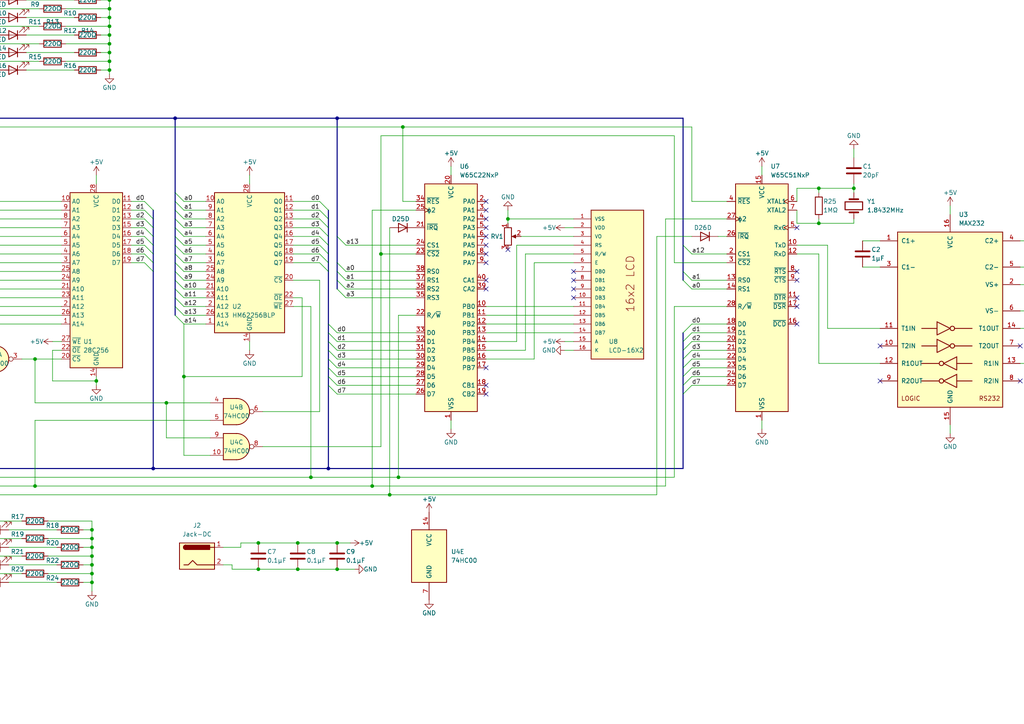
<source format=kicad_sch>
(kicad_sch (version 20230121) (generator eeschema)
  (paper "A4")
  (lib_symbols
    (symbol "74xx:74HC00" (pin_names (offset 1.016))
      (property "Reference" "U" (at 0 1.27 0))
      (property "Value" "74HC00" (at 0 -1.27 0))
      (symbol "74HC00_1_1"
        (pin input line (at -7.62 2.54 0) (length 3.81) (name "~") (number "1"))
        (pin input line (at -7.62 -2.54 0) (length 3.81) (name "~") (number "2"))
        (pin output inverted (at 7.62 0 180) (length 3.81) (name "~") (number "3"))
      )
      (symbol "74HC00_1_2"
        (pin input inverted (at -7.62 2.54 0) (length 4.318) (name "~") (number "1"))
        (pin input inverted (at -7.62 -2.54 0) (length 4.318) (name "~") (number "2"))
        (pin output line (at 7.62 0 180) (length 3.81) (name "~") (number "3"))
      )
      (symbol "74HC00_2_1"
        (pin input line (at -7.62 2.54 0) (length 3.81) (name "~") (number "4"))
        (pin input line (at -7.62 -2.54 0) (length 3.81) (name "~") (number "5"))
        (pin output inverted (at 7.62 0 180) (length 3.81) (name "~") (number "6"))
      )
      (symbol "74HC00_2_2"
        (pin input inverted (at -7.62 2.54 0) (length 4.318) (name "~") (number "4"))
        (pin input inverted (at -7.62 -2.54 0) (length 4.318) (name "~") (number "5"))
        (pin output line (at 7.62 0 180) (length 3.81) (name "~") (number "6"))
      )
      (symbol "74HC00_3_1"
        (pin input line (at -7.62 -2.54 0) (length 3.81) (name "~") (number "10"))
        (pin output inverted (at 7.62 0 180) (length 3.81) (name "~") (number "8"))
        (pin input line (at -7.62 2.54 0) (length 3.81) (name "~") (number "9"))
      )
      (symbol "74HC00_3_2"
        (pin input inverted (at -7.62 -2.54 0) (length 4.318) (name "~") (number "10"))
        (pin output line (at 7.62 0 180) (length 3.81) (name "~") (number "8"))
        (pin input inverted (at -7.62 2.54 0) (length 4.318) (name "~") (number "9"))
      )
      (symbol "74HC00_4_1"
        (pin output inverted (at 7.62 0 180) (length 3.81) (name "~") (number "11"))
        (pin input line (at -7.62 2.54 0) (length 3.81) (name "~") (number "12"))
        (pin input line (at -7.62 -2.54 0) (length 3.81) (name "~") (number "13"))
      )
      (symbol "74HC00_4_2"
        (pin output line (at 7.62 0 180) (length 3.81) (name "~") (number "11"))
        (pin input inverted (at -7.62 2.54 0) (length 4.318) (name "~") (number "12"))
        (pin input inverted (at -7.62 -2.54 0) (length 4.318) (name "~") (number "13"))
      )
      (symbol "74HC00_5_0"
        (pin power_in line (at 0 12.7 270) (length 5.08) (name "VCC") (number "14"))
        (pin power_in line (at 0 -12.7 90) (length 5.08) (name "GND") (number "7"))
      )
    )
    (symbol "Connector:DE9_Plug" (pin_names (offset 1.016) hide)
      (property "Reference" "J" (at 0 13.97 0))
      (property "Value" "DE9_Plug" (at 0 -14.605 0))
      (symbol "DE9_Plug_1_1"
        (pin passive line (at -7.62 -10.16 0) (length 3.81) (name "1") (number "1"))
        (pin passive line (at -7.62 -5.08 0) (length 3.81) (name "2") (number "2"))
        (pin passive line (at -7.62 0 0) (length 3.81) (name "3") (number "3"))
        (pin passive line (at -7.62 5.08 0) (length 3.81) (name "4") (number "4"))
        (pin passive line (at -7.62 10.16 0) (length 3.81) (name "5") (number "5"))
        (pin passive line (at -7.62 -7.62 0) (length 3.81) (name "6") (number "6"))
        (pin passive line (at -7.62 -2.54 0) (length 3.81) (name "7") (number "7"))
        (pin passive line (at -7.62 2.54 0) (length 3.81) (name "8") (number "8"))
        (pin passive line (at -7.62 7.62 0) (length 3.81) (name "9") (number "9"))
      )
    )
    (symbol "Connector:Jack-DC" (pin_names (offset 1.016))
      (property "Reference" "J" (at 0 5.334 0))
      (property "Value" "Jack-DC" (at 0 -5.08 0))
      (symbol "Jack-DC_1_1"
        (pin passive line (at 7.62 2.54 180) (length 2.54) (name "~") (number "1"))
        (pin passive line (at 7.62 -2.54 180) (length 2.54) (name "~") (number "2"))
      )
    )
    (symbol "Device:C" (pin_numbers hide) (pin_names (offset 0.254))
      (property "Reference" "C" (at 0.635 2.54 0))
      (property "Value" "C" (at 0.635 -2.54 0))
      (symbol "C_1_1"
        (pin passive line (at 0 3.81 270) (length 2.794) (name "~") (number "1"))
        (pin passive line (at 0 -3.81 90) (length 2.794) (name "~") (number "2"))
      )
    )
    (symbol "Device:Crystal" (pin_numbers hide) (pin_names (offset 1.016) hide)
      (property "Reference" "Y" (at 0 3.81 0))
      (property "Value" "Crystal" (at 0 -3.81 0))
      (symbol "Crystal_1_1"
        (pin passive line (at -3.81 0 0) (length 1.27) (name "1") (number "1"))
        (pin passive line (at 3.81 0 180) (length 1.27) (name "2") (number "2"))
      )
    )
    (symbol "Device:D" (pin_numbers hide) (pin_names (offset 1.016) hide)
      (property "Reference" "D" (at 0 2.54 0))
      (property "Value" "D" (at 0 -2.54 0))
      (symbol "D_1_1"
        (pin passive line (at -3.81 0 0) (length 2.54) (name "K") (number "1"))
        (pin passive line (at 3.81 0 180) (length 2.54) (name "A") (number "2"))
      )
    )
    (symbol "Device:LED" (pin_numbers hide) (pin_names (offset 1.016) hide)
      (property "Reference" "D" (at 0 2.54 0))
      (property "Value" "LED" (at 0 -2.54 0))
      (symbol "LED_1_1"
        (pin passive line (at -3.81 0 0) (length 2.54) (name "K") (number "1"))
        (pin passive line (at 3.81 0 180) (length 2.54) (name "A") (number "2"))
      )
    )
    (symbol "Device:R" (pin_numbers hide) (pin_names (offset 0))
      (property "Reference" "R" (at 2.032 0 90))
      (property "Value" "R" (at 0 0 90))
      (symbol "R_1_1"
        (pin passive line (at 0 3.81 270) (length 1.27) (name "~") (number "1"))
        (pin passive line (at 0 -3.81 90) (length 1.27) (name "~") (number "2"))
      )
    )
    (symbol "Device:R_Potentiometer" (pin_names (offset 1.016) hide)
      (property "Reference" "RV" (at -4.445 0 90))
      (property "Value" "R_Potentiometer" (at -2.54 0 90))
      (symbol "R_Potentiometer_1_1"
        (pin passive line (at 0 3.81 270) (length 1.27) (name "1") (number "1"))
        (pin passive line (at 3.81 0 180) (length 1.27) (name "2") (number "2"))
        (pin passive line (at 0 -3.81 90) (length 1.27) (name "3") (number "3"))
      )
    )
    (symbol "Interface_UART:MAX232" (pin_names (offset 1.016))
      (property "Reference" "U" (at -2.54 28.575 0))
      (property "Value" "MAX232" (at -2.54 26.67 0))
      (symbol "MAX232_0_0"
        (text "LOGIC" (at -11.43 -22.86 0) (effects (font (size 1.27 1.27))))
        (text "RS232" (at 11.43 -22.86 0) (effects (font (size 1.27 1.27))))
      )
      (symbol "MAX232_1_1"
        (pin passive line (at -20.32 22.86 0) (length 5.08) (name "C1+") (number "1"))
        (pin input line (at -20.32 -7.62 0) (length 5.08) (name "T2IN") (number "10"))
        (pin input line (at -20.32 -2.54 0) (length 5.08) (name "T1IN") (number "11"))
        (pin output line (at -20.32 -12.7 0) (length 5.08) (name "R1OUT") (number "12"))
        (pin input line (at 20.32 -12.7 180) (length 5.08) (name "R1IN") (number "13"))
        (pin output line (at 20.32 -2.54 180) (length 5.08) (name "T1OUT") (number "14"))
        (pin power_in line (at 0 -30.48 90) (length 5.08) (name "GND") (number "15"))
        (pin power_in line (at 0 30.48 270) (length 5.08) (name "VCC") (number "16"))
        (pin power_out line (at 20.32 10.16 180) (length 5.08) (name "VS+") (number "2"))
        (pin passive line (at -20.32 15.24 0) (length 5.08) (name "C1-") (number "3"))
        (pin passive line (at 20.32 22.86 180) (length 5.08) (name "C2+") (number "4"))
        (pin passive line (at 20.32 15.24 180) (length 5.08) (name "C2-") (number "5"))
        (pin power_out line (at 20.32 2.54 180) (length 5.08) (name "VS-") (number "6"))
        (pin output line (at 20.32 -7.62 180) (length 5.08) (name "T2OUT") (number "7"))
        (pin input line (at 20.32 -17.78 180) (length 5.08) (name "R2IN") (number "8"))
        (pin output line (at -20.32 -17.78 0) (length 5.08) (name "R2OUT") (number "9"))
      )
    )
    (symbol "LCD-16X2:LCD-16X2" (pin_names (offset 1.016))
      (property "Reference" "U" (at -7.62 23.368 0))
      (property "Value" "LCD-16X2" (at -7.62 -22.86 0))
      (symbol "LCD-16X2_0_0"
        (text "16x2 LCD" (at 5.08 -6.858 900) (effects (font (size 2.286 2.286)) (justify left bottom)))
        (pin power_in line (at -12.7 20.32 0) (length 5.08) (name "VSS") (number "1"))
        (pin bidirectional line (at -12.7 -2.54 0) (length 5.08) (name "DB3") (number "10"))
        (pin bidirectional line (at -12.7 -5.08 0) (length 5.08) (name "DB4") (number "11"))
        (pin bidirectional line (at -12.7 -7.62 0) (length 5.08) (name "DB5") (number "12"))
        (pin bidirectional line (at -12.7 -10.16 0) (length 5.08) (name "DB6") (number "13"))
        (pin bidirectional line (at -12.7 -12.7 0) (length 5.08) (name "DB7") (number "14"))
        (pin power_in line (at -12.7 -15.24 0) (length 5.08) (name "A") (number "15"))
        (pin power_in line (at -12.7 -17.78 0) (length 5.08) (name "K") (number "16"))
        (pin power_in line (at -12.7 17.78 0) (length 5.08) (name "VDD") (number "2"))
        (pin bidirectional line (at -12.7 15.24 0) (length 5.08) (name "VO") (number "3"))
        (pin input line (at -12.7 12.7 0) (length 5.08) (name "RS") (number "4"))
        (pin input line (at -12.7 10.16 0) (length 5.08) (name "R/W") (number "5"))
        (pin input line (at -12.7 7.62 0) (length 5.08) (name "E") (number "6"))
        (pin bidirectional line (at -12.7 5.08 0) (length 5.08) (name "DB0") (number "7"))
        (pin bidirectional line (at -12.7 2.54 0) (length 5.08) (name "DB1") (number "8"))
        (pin bidirectional line (at -12.7 0 0) (length 5.08) (name "DB2") (number "9"))
      )
    )
    (symbol "Memory_EEPROM:28C256"
      (property "Reference" "U" (at -7.62 26.67 0))
      (property "Value" "28C256" (at 2.54 -26.67 0))
      (symbol "28C256_1_1"
        (pin input line (at -10.16 -12.7 0) (length 2.54) (name "A14") (number "1"))
        (pin input line (at -10.16 22.86 0) (length 2.54) (name "A0") (number "10"))
        (pin tri_state line (at 10.16 22.86 180) (length 2.54) (name "D0") (number "11"))
        (pin tri_state line (at 10.16 20.32 180) (length 2.54) (name "D1") (number "12"))
        (pin tri_state line (at 10.16 17.78 180) (length 2.54) (name "D2") (number "13"))
        (pin power_in line (at 0 -27.94 90) (length 2.54) (name "GND") (number "14"))
        (pin tri_state line (at 10.16 15.24 180) (length 2.54) (name "D3") (number "15"))
        (pin tri_state line (at 10.16 12.7 180) (length 2.54) (name "D4") (number "16"))
        (pin tri_state line (at 10.16 10.16 180) (length 2.54) (name "D5") (number "17"))
        (pin tri_state line (at 10.16 7.62 180) (length 2.54) (name "D6") (number "18"))
        (pin tri_state line (at 10.16 5.08 180) (length 2.54) (name "D7") (number "19"))
        (pin input line (at -10.16 -7.62 0) (length 2.54) (name "A12") (number "2"))
        (pin input line (at -10.16 -22.86 0) (length 2.54) (name "~{CS}") (number "20"))
        (pin input line (at -10.16 -2.54 0) (length 2.54) (name "A10") (number "21"))
        (pin input line (at -10.16 -20.32 0) (length 2.54) (name "~{OE}") (number "22"))
        (pin input line (at -10.16 -5.08 0) (length 2.54) (name "A11") (number "23"))
        (pin input line (at -10.16 0 0) (length 2.54) (name "A9") (number "24"))
        (pin input line (at -10.16 2.54 0) (length 2.54) (name "A8") (number "25"))
        (pin input line (at -10.16 -10.16 0) (length 2.54) (name "A13") (number "26"))
        (pin input line (at -10.16 -17.78 0) (length 2.54) (name "~{WE}") (number "27"))
        (pin power_in line (at 0 27.94 270) (length 2.54) (name "VCC") (number "28"))
        (pin input line (at -10.16 5.08 0) (length 2.54) (name "A7") (number "3"))
        (pin input line (at -10.16 7.62 0) (length 2.54) (name "A6") (number "4"))
        (pin input line (at -10.16 10.16 0) (length 2.54) (name "A5") (number "5"))
        (pin input line (at -10.16 12.7 0) (length 2.54) (name "A4") (number "6"))
        (pin input line (at -10.16 15.24 0) (length 2.54) (name "A3") (number "7"))
        (pin input line (at -10.16 17.78 0) (length 2.54) (name "A2") (number "8"))
        (pin input line (at -10.16 20.32 0) (length 2.54) (name "A1") (number "9"))
      )
    )
    (symbol "Memory_RAM:HM62256BLP"
      (property "Reference" "U" (at -10.16 20.955 0))
      (property "Value" "HM62256BLP" (at 2.54 20.955 0))
      (symbol "HM62256BLP_0_0"
        (pin power_in line (at 0 -22.86 90) (length 2.54) (name "GND") (number "14"))
        (pin power_in line (at 0 22.86 270) (length 2.54) (name "VCC") (number "28"))
      )
      (symbol "HM62256BLP_1_1"
        (pin input line (at -12.7 -17.78 0) (length 2.54) (name "A14") (number "1"))
        (pin input line (at -12.7 17.78 0) (length 2.54) (name "A0") (number "10"))
        (pin tri_state line (at 12.7 17.78 180) (length 2.54) (name "Q0") (number "11"))
        (pin tri_state line (at 12.7 15.24 180) (length 2.54) (name "Q1") (number "12"))
        (pin tri_state line (at 12.7 12.7 180) (length 2.54) (name "Q2") (number "13"))
        (pin tri_state line (at 12.7 10.16 180) (length 2.54) (name "Q3") (number "15"))
        (pin tri_state line (at 12.7 7.62 180) (length 2.54) (name "Q4") (number "16"))
        (pin tri_state line (at 12.7 5.08 180) (length 2.54) (name "Q5") (number "17"))
        (pin tri_state line (at 12.7 2.54 180) (length 2.54) (name "Q6") (number "18"))
        (pin tri_state line (at 12.7 0 180) (length 2.54) (name "Q7") (number "19"))
        (pin input line (at -12.7 -12.7 0) (length 2.54) (name "A12") (number "2"))
        (pin input line (at 12.7 -5.08 180) (length 2.54) (name "~{CS}") (number "20"))
        (pin input line (at -12.7 -7.62 0) (length 2.54) (name "A10") (number "21"))
        (pin input line (at 12.7 -10.16 180) (length 2.54) (name "~{OE}") (number "22"))
        (pin input line (at -12.7 -10.16 0) (length 2.54) (name "A11") (number "23"))
        (pin input line (at -12.7 -5.08 0) (length 2.54) (name "A9") (number "24"))
        (pin input line (at -12.7 -2.54 0) (length 2.54) (name "A8") (number "25"))
        (pin input line (at -12.7 -15.24 0) (length 2.54) (name "A13") (number "26"))
        (pin input line (at 12.7 -12.7 180) (length 2.54) (name "~{WE}") (number "27"))
        (pin input line (at -12.7 0 0) (length 2.54) (name "A7") (number "3"))
        (pin input line (at -12.7 2.54 0) (length 2.54) (name "A6") (number "4"))
        (pin input line (at -12.7 5.08 0) (length 2.54) (name "A5") (number "5"))
        (pin input line (at -12.7 7.62 0) (length 2.54) (name "A4") (number "6"))
        (pin input line (at -12.7 10.16 0) (length 2.54) (name "A3") (number "7"))
        (pin input line (at -12.7 12.7 0) (length 2.54) (name "A2") (number "8"))
        (pin input line (at -12.7 15.24 0) (length 2.54) (name "A1") (number "9"))
      )
    )
    (symbol "Oscillator:ACO-xxxMHz" (pin_names (offset 0.254))
      (property "Reference" "X" (at -5.08 6.35 0))
      (property "Value" "ACO-xxxMHz" (at 1.27 -6.35 0))
      (symbol "ACO-xxxMHz_1_1"
        (pin no_connect line (at -5.08 2.54 0) (length 2.54) hide (name "NC") (number "1"))
        (pin power_in line (at 0 7.62 270) (length 2.54) (name "Vcc") (number "14"))
        (pin power_in line (at 0 -7.62 90) (length 2.54) (name "GND") (number "7"))
        (pin output line (at 7.62 0 180) (length 2.54) (name "OUT") (number "8"))
      )
    )
    (symbol "PCM_65xx-library:W65C02SxP"
      (property "Reference" "U" (at 2.54 40.64 0))
      (property "Value" "W65C02SxP" (at 2.54 38.1 0))
      (symbol "W65C02SxP_1_1"
        (pin output line (at -10.16 -7.62 0) (length 2.54) (name "~{VP}") (number "1"))
        (pin tri_state line (at 10.16 27.94 180) (length 2.54) (name "A1") (number "10"))
        (pin tri_state line (at 10.16 25.4 180) (length 2.54) (name "A2") (number "11"))
        (pin tri_state line (at 10.16 22.86 180) (length 2.54) (name "A3") (number "12"))
        (pin tri_state line (at 10.16 20.32 180) (length 2.54) (name "A4") (number "13"))
        (pin tri_state line (at 10.16 17.78 180) (length 2.54) (name "A5") (number "14"))
        (pin tri_state line (at 10.16 15.24 180) (length 2.54) (name "A6") (number "15"))
        (pin tri_state line (at 10.16 12.7 180) (length 2.54) (name "A7") (number "16"))
        (pin tri_state line (at 10.16 10.16 180) (length 2.54) (name "A8") (number "17"))
        (pin tri_state line (at 10.16 7.62 180) (length 2.54) (name "A9") (number "18"))
        (pin tri_state line (at 10.16 5.08 180) (length 2.54) (name "A10") (number "19"))
        (pin open_collector line (at -10.16 2.54 0) (length 2.54) (name "RDY") (number "2"))
        (pin tri_state line (at 10.16 2.54 180) (length 2.54) (name "A11") (number "20"))
        (pin power_in line (at 0 -38.1 90) (length 2.54) (name "VSS") (number "21"))
        (pin tri_state line (at 10.16 0 180) (length 2.54) (name "A12") (number "22"))
        (pin tri_state line (at 10.16 -2.54 180) (length 2.54) (name "A13") (number "23"))
        (pin tri_state line (at 10.16 -5.08 180) (length 2.54) (name "A14") (number "24"))
        (pin tri_state line (at 10.16 -7.62 180) (length 2.54) (name "A15") (number "25"))
        (pin bidirectional line (at 10.16 -30.48 180) (length 2.54) (name "D7") (number "26"))
        (pin bidirectional line (at 10.16 -27.94 180) (length 2.54) (name "D6") (number "27"))
        (pin bidirectional line (at 10.16 -25.4 180) (length 2.54) (name "D5") (number "28"))
        (pin bidirectional line (at 10.16 -22.86 180) (length 2.54) (name "D4") (number "29"))
        (pin output line (at -10.16 22.86 0) (length 2.54) (name "ϕ1") (number "3"))
        (pin bidirectional line (at 10.16 -20.32 180) (length 2.54) (name "D3") (number "30"))
        (pin bidirectional line (at 10.16 -17.78 180) (length 2.54) (name "D2") (number "31"))
        (pin bidirectional line (at 10.16 -15.24 180) (length 2.54) (name "D1") (number "32"))
        (pin bidirectional line (at 10.16 -12.7 180) (length 2.54) (name "D0") (number "33"))
        (pin tri_state line (at -10.16 7.62 0) (length 2.54) (name "R/~{W}") (number "34"))
        (pin no_connect non_logic (at -7.62 -30.48 0) (length 2.54) hide (name "nc") (number "35"))
        (pin input line (at -10.16 0 0) (length 2.54) (name "BE") (number "36"))
        (pin input clock (at -10.16 25.4 0) (length 2.54) (name "ϕ0") (number "37"))
        (pin input line (at -10.16 -15.24 0) (length 2.54) (name "~{SO}") (number "38"))
        (pin output line (at -10.16 20.32 0) (length 2.54) (name "ϕ2") (number "39"))
        (pin input line (at -10.16 15.24 0) (length 2.54) (name "~{IRQ}") (number "4"))
        (pin input line (at -10.16 30.48 0) (length 2.54) (name "~{RES}") (number "40"))
        (pin output line (at -10.16 -10.16 0) (length 2.54) (name "~{ML}") (number "5"))
        (pin input line (at -10.16 12.7 0) (length 2.54) (name "~{NMI}") (number "6"))
        (pin output line (at -10.16 -5.08 0) (length 2.54) (name "SYNC") (number "7"))
        (pin power_in line (at 0 38.1 270) (length 2.54) (name "VDD") (number "8"))
        (pin tri_state line (at 10.16 30.48 180) (length 2.54) (name "A0") (number "9"))
      )
    )
    (symbol "PCM_65xx-library:W65C22NxP"
      (property "Reference" "U" (at 2.54 38.1 0))
      (property "Value" "W65C22NxP" (at 2.54 35.56 0))
      (symbol "W65C22NxP_1_1"
        (pin power_in line (at 0 -35.56 90) (length 2.54) (name "VSS") (number "1"))
        (pin bidirectional line (at 10.16 -2.54 180) (length 2.54) (name "PB0") (number "10"))
        (pin bidirectional line (at 10.16 -5.08 180) (length 2.54) (name "PB1") (number "11"))
        (pin bidirectional line (at 10.16 -7.62 180) (length 2.54) (name "PB2") (number "12"))
        (pin bidirectional line (at 10.16 -10.16 180) (length 2.54) (name "PB3") (number "13"))
        (pin bidirectional line (at 10.16 -12.7 180) (length 2.54) (name "PB4") (number "14"))
        (pin bidirectional line (at 10.16 -15.24 180) (length 2.54) (name "PB5") (number "15"))
        (pin bidirectional line (at 10.16 -17.78 180) (length 2.54) (name "PB6") (number "16"))
        (pin bidirectional line (at 10.16 -20.32 180) (length 2.54) (name "PB7") (number "17"))
        (pin input line (at 10.16 -25.4 180) (length 2.54) (name "CB1") (number "18"))
        (pin bidirectional line (at 10.16 -27.94 180) (length 2.54) (name "CB2") (number "19"))
        (pin bidirectional line (at 10.16 27.94 180) (length 2.54) (name "PA0") (number "2"))
        (pin power_in line (at 0 35.56 270) (length 2.54) (name "VCC") (number "20"))
        (pin open_collector line (at -10.16 20.32 0) (length 2.54) (name "~{IRQ}") (number "21"))
        (pin input line (at -10.16 -5.08 0) (length 2.54) (name "R/~{W}") (number "22"))
        (pin input line (at -10.16 12.7 0) (length 2.54) (name "~{CS2}") (number "23"))
        (pin input line (at -10.16 15.24 0) (length 2.54) (name "CS1") (number "24"))
        (pin input clock (at -10.16 25.4 0) (length 2.54) (name "ϕ2") (number "25"))
        (pin bidirectional line (at -10.16 -27.94 0) (length 2.54) (name "D7") (number "26"))
        (pin bidirectional line (at -10.16 -25.4 0) (length 2.54) (name "D6") (number "27"))
        (pin bidirectional line (at -10.16 -22.86 0) (length 2.54) (name "D5") (number "28"))
        (pin bidirectional line (at -10.16 -20.32 0) (length 2.54) (name "D4") (number "29"))
        (pin bidirectional line (at 10.16 25.4 180) (length 2.54) (name "PA1") (number "3"))
        (pin bidirectional line (at -10.16 -17.78 0) (length 2.54) (name "D3") (number "30"))
        (pin bidirectional line (at -10.16 -15.24 0) (length 2.54) (name "D2") (number "31"))
        (pin bidirectional line (at -10.16 -12.7 0) (length 2.54) (name "D1") (number "32"))
        (pin bidirectional line (at -10.16 -10.16 0) (length 2.54) (name "D0") (number "33"))
        (pin input line (at -10.16 27.94 0) (length 2.54) (name "~{RES}") (number "34"))
        (pin input line (at -10.16 0 0) (length 2.54) (name "RS3") (number "35"))
        (pin input line (at -10.16 2.54 0) (length 2.54) (name "RS2") (number "36"))
        (pin input line (at -10.16 5.08 0) (length 2.54) (name "RS1") (number "37"))
        (pin input line (at -10.16 7.62 0) (length 2.54) (name "RS0") (number "38"))
        (pin bidirectional line (at 10.16 2.54 180) (length 2.54) (name "CA2") (number "39"))
        (pin bidirectional line (at 10.16 22.86 180) (length 2.54) (name "PA2") (number "4"))
        (pin input line (at 10.16 5.08 180) (length 2.54) (name "CA1") (number "40"))
        (pin bidirectional line (at 10.16 20.32 180) (length 2.54) (name "PA3") (number "5"))
        (pin bidirectional line (at 10.16 17.78 180) (length 2.54) (name "PA4") (number "6"))
        (pin bidirectional line (at 10.16 15.24 180) (length 2.54) (name "PA5") (number "7"))
        (pin bidirectional line (at 10.16 12.7 180) (length 2.54) (name "PA6") (number "8"))
        (pin bidirectional line (at 10.16 10.16 180) (length 2.54) (name "PA7") (number "9"))
      )
    )
    (symbol "PCM_65xx-library:W65C51NxP"
      (property "Reference" "U" (at 2.54 38.1 0))
      (property "Value" "W65C51NxP" (at 2.54 35.56 0))
      (symbol "W65C51NxP_1_1"
        (pin power_in line (at 0 -35.56 90) (length 2.54) (name "VSS") (number "1"))
        (pin output line (at 10.16 15.24 180) (length 2.54) (name "TxD") (number "10"))
        (pin output line (at 10.16 0 180) (length 2.54) (name "~{DTR}") (number "11"))
        (pin input line (at 10.16 12.7 180) (length 2.54) (name "RxD") (number "12"))
        (pin input line (at -10.16 5.08 0) (length 2.54) (name "RS0") (number "13"))
        (pin input line (at -10.16 2.54 0) (length 2.54) (name "RS1") (number "14"))
        (pin power_in line (at 0 35.56 270) (length 2.54) (name "VCC") (number "15"))
        (pin input line (at 10.16 -7.62 180) (length 2.54) (name "~{DCD}") (number "16"))
        (pin input line (at 10.16 -2.54 180) (length 2.54) (name "~{DSR}") (number "17"))
        (pin bidirectional line (at -10.16 -7.62 0) (length 2.54) (name "D0") (number "18"))
        (pin bidirectional line (at -10.16 -10.16 0) (length 2.54) (name "D1") (number "19"))
        (pin input line (at -10.16 12.7 0) (length 2.54) (name "CS1") (number "2"))
        (pin bidirectional line (at -10.16 -12.7 0) (length 2.54) (name "D2") (number "20"))
        (pin bidirectional line (at -10.16 -15.24 0) (length 2.54) (name "D3") (number "21"))
        (pin bidirectional line (at -10.16 -17.78 0) (length 2.54) (name "D4") (number "22"))
        (pin bidirectional line (at -10.16 -20.32 0) (length 2.54) (name "D5") (number "23"))
        (pin bidirectional line (at -10.16 -22.86 0) (length 2.54) (name "D6") (number "24"))
        (pin bidirectional line (at -10.16 -25.4 0) (length 2.54) (name "D7") (number "25"))
        (pin open_collector line (at -10.16 17.78 0) (length 2.54) (name "~{IRQ}") (number "26"))
        (pin input clock (at -10.16 22.86 0) (length 2.54) (name "ϕ2") (number "27"))
        (pin input line (at -10.16 -2.54 0) (length 2.54) (name "R/~{W}") (number "28"))
        (pin input line (at -10.16 10.16 0) (length 2.54) (name "~{CS2}") (number "3"))
        (pin input line (at -10.16 27.94 0) (length 2.54) (name "~{RES}") (number "4"))
        (pin bidirectional clock (at 10.16 20.32 180) (length 2.54) (name "RxC") (number "5"))
        (pin input clock (at 10.16 27.94 180) (length 2.54) (name "XTAL1") (number "6"))
        (pin output line (at 10.16 25.4 180) (length 2.54) (name "XTAL2") (number "7"))
        (pin output line (at 10.16 7.62 180) (length 2.54) (name "~{RTS}") (number "8"))
        (pin input line (at 10.16 5.08 180) (length 2.54) (name "~{CTS}") (number "9"))
      )
    )
    (symbol "Switch:SW_Push" (pin_numbers hide) (pin_names (offset 1.016) hide)
      (property "Reference" "SW" (at 1.27 2.54 0))
      (property "Value" "SW_Push" (at 0 -1.524 0))
      (symbol "SW_Push_0_1"
        (pin passive line (at -5.08 0 0) (length 2.54) (name "1") (number "1"))
        (pin passive line (at 5.08 0 180) (length 2.54) (name "2") (number "2"))
      )
    )
    (symbol "power:+5V" (power) (pin_names (offset 0))
      (property "Value" "+5V" (at 0 3.556 0))
      (symbol "+5V_1_1"
        (pin power_in line (at 0 0 90) (length 0) hide (name "+5V") (number "1"))
      )
    )
    (symbol "power:GND" (power) (pin_names (offset 0))
      (property "Value" "GND" (at 0 -3.81 0))
      (symbol "GND_1_1"
        (pin power_in line (at 0 0 270) (length 0) hide (name "GND") (number "1"))
      )
    )
  )
  (junction (at 26.67 166.37))
  (junction (at 26.67 163.83))
  (junction (at 31.75 7.62))
  (junction (at 247.65 54.61))
  (junction (at 31.75 5.08))
  (junction (at 237.49 64.77))
  (junction (at 74.93 165.1))
  (junction (at 26.67 158.75))
  (junction (at 31.75 12.7))
  (junction (at -17.78 34.29))
  (junction (at 97.79 157.48))
  (junction (at 113.03 143.51))
  (junction (at -74.93 49.53))
  (junction (at -77.47 36.83))
  (junction (at 10.16 104.14))
  (junction (at 31.75 -15.24))
  (junction (at 312.42 87.63))
  (junction (at 97.79 165.1))
  (junction (at 237.49 54.61))
  (junction (at 53.34 109.22))
  (junction (at 27.94 110.49))
  (junction (at 115.57 138.43))
  (junction (at 31.75 15.24))
  (junction (at 26.67 156.21))
  (junction (at 31.75 -5.08))
  (junction (at 86.36 165.1))
  (junction (at 90.17 138.43))
  (junction (at 31.75 20.32))
  (junction (at -73.66 86.36))
  (junction (at 44.45 135.89))
  (junction (at 31.75 -7.62))
  (junction (at 97.79 34.29))
  (junction (at 10.16 140.97))
  (junction (at 86.36 157.48))
  (junction (at 31.75 0))
  (junction (at 312.42 82.55))
  (junction (at 74.93 157.48))
  (junction (at 26.67 153.67))
  (junction (at 31.75 2.54))
  (junction (at 31.75 10.16))
  (junction (at 107.95 140.97))
  (junction (at -22.86 135.89))
  (junction (at 26.67 168.91))
  (junction (at -60.96 63.5))
  (junction (at 50.8 34.29))
  (junction (at 116.84 36.83))
  (junction (at 147.32 63.5))
  (junction (at 48.26 116.84))
  (junction (at 31.75 -12.7))
  (junction (at 31.75 -10.16))
  (junction (at -60.96 36.83))
  (junction (at 95.25 135.89))
  (junction (at 110.49 73.66))
  (junction (at 26.67 161.29))
  (junction (at -72.39 36.83))
  (junction (at 31.75 17.78))
  (junction (at -73.66 88.9))
  (junction (at 31.75 -2.54))
  (no_connect (at 231.14 66.04))
  (no_connect (at 166.37 86.36))
  (no_connect (at -49.53 104.14))
  (no_connect (at 231.14 88.9))
  (no_connect (at 140.97 106.68))
  (no_connect (at 295.91 100.33))
  (no_connect (at 314.96 105.41))
  (no_connect (at 140.97 83.82))
  (no_connect (at -49.53 96.52))
  (no_connect (at 314.96 92.71))
  (no_connect (at 140.97 114.3))
  (no_connect (at 140.97 73.66))
  (no_connect (at 140.97 71.12))
  (no_connect (at 231.14 93.98))
  (no_connect (at -49.53 99.06))
  (no_connect (at 255.27 100.33))
  (no_connect (at 166.37 81.28))
  (no_connect (at 140.97 63.5))
  (no_connect (at 140.97 66.04))
  (no_connect (at 140.97 60.96))
  (no_connect (at 314.96 95.25))
  (no_connect (at 140.97 76.2))
  (no_connect (at -49.53 66.04))
  (no_connect (at 231.14 81.28))
  (no_connect (at 140.97 68.58))
  (no_connect (at 166.37 78.74))
  (no_connect (at 140.97 58.42))
  (no_connect (at 147.32 72.39))
  (no_connect (at 295.91 110.49))
  (no_connect (at 140.97 81.28))
  (no_connect (at -49.53 68.58))
  (no_connect (at -49.53 93.98))
  (no_connect (at 166.37 83.82))
  (no_connect (at 231.14 78.74))
  (no_connect (at 231.14 86.36))
  (no_connect (at 314.96 100.33))
  (no_connect (at 140.97 111.76))
  (no_connect (at 314.96 90.17))
  (no_connect (at 255.27 110.49))
  (no_connect (at 314.96 107.95))
  (bus_entry (at -15.24 78.74) (size -2.54 -2.54))
  (bus_entry (at -15.24 76.2) (size -2.54 -2.54))
  (bus_entry (at -20.32 71.12) (size 2.54 -2.54))
  (bus_entry (at -20.32 76.2) (size 2.54 -2.54))
  (bus_entry (at -15.24 73.66) (size -2.54 -2.54))
  (bus_entry (at -17.78 22.86) (size 2.54 -2.54))
  (bus_entry (at 198.12 78.74) (size 2.54 2.54))
  (bus_entry (at 100.33 83.82) (size -2.54 -2.54))
  (bus_entry (at -17.78 17.78) (size 2.54 -2.54))
  (bus_entry (at 41.91 58.42) (size 2.54 2.54))
  (bus_entry (at -15.24 83.82) (size -2.54 -2.54))
  (bus_entry (at -15.24 101.6) (size -2.54 -2.54))
  (bus_entry (at -15.24 71.12) (size -2.54 -2.54))
  (bus_entry (at -20.32 68.58) (size 2.54 -2.54))
  (bus_entry (at -20.32 66.04) (size 2.54 -2.54))
  (bus_entry (at -17.78 5.08) (size 2.54 -2.54))
  (bus_entry (at 97.79 109.22) (size -2.54 -2.54))
  (bus_entry (at -15.24 91.44) (size -2.54 -2.54))
  (bus_entry (at 41.91 68.58) (size 2.54 2.54))
  (bus_entry (at 41.91 76.2) (size 2.54 2.54))
  (bus_entry (at 53.34 60.96) (size -2.54 -2.54))
  (bus_entry (at -25.4 114.3) (size 2.54 2.54))
  (bus_entry (at 53.34 91.44) (size -2.54 -2.54))
  (bus_entry (at 97.79 101.6) (size -2.54 -2.54))
  (bus_entry (at -17.78 -2.54) (size 2.54 -2.54))
  (bus_entry (at 92.71 66.04) (size 2.54 2.54))
  (bus_entry (at 100.33 86.36) (size -2.54 -2.54))
  (bus_entry (at 97.79 106.68) (size -2.54 -2.54))
  (bus_entry (at -15.24 58.42) (size -2.54 -2.54))
  (bus_entry (at -17.78 2.54) (size 2.54 -2.54))
  (bus_entry (at -20.32 58.42) (size 2.54 -2.54))
  (bus_entry (at 92.71 68.58) (size 2.54 2.54))
  (bus_entry (at 53.34 73.66) (size -2.54 -2.54))
  (bus_entry (at -20.32 78.74) (size 2.54 -2.54))
  (bus_entry (at -17.78 10.16) (size 2.54 -2.54))
  (bus_entry (at -17.78 -7.62) (size 2.54 -2.54))
  (bus_entry (at 198.12 109.22) (size 2.54 -2.54))
  (bus_entry (at -20.32 60.96) (size 2.54 -2.54))
  (bus_entry (at -15.24 81.28) (size -2.54 -2.54))
  (bus_entry (at 92.71 71.12) (size 2.54 2.54))
  (bus_entry (at -20.32 88.9) (size 2.54 -2.54))
  (bus_entry (at -17.78 -15.24) (size 2.54 -2.54))
  (bus_entry (at 198.12 81.28) (size 2.54 2.54))
  (bus_entry (at -25.4 111.76) (size 2.54 2.54))
  (bus_entry (at 92.71 73.66) (size 2.54 2.54))
  (bus_entry (at -17.78 7.62) (size 2.54 -2.54))
  (bus_entry (at 53.34 76.2) (size -2.54 -2.54))
  (bus_entry (at -20.32 96.52) (size 2.54 -2.54))
  (bus_entry (at -15.24 93.98) (size -2.54 -2.54))
  (bus_entry (at -20.32 83.82) (size 2.54 -2.54))
  (bus_entry (at 53.34 86.36) (size -2.54 -2.54))
  (bus_entry (at 41.91 63.5) (size 2.54 2.54))
  (bus_entry (at -15.24 66.04) (size -2.54 -2.54))
  (bus_entry (at -20.32 81.28) (size 2.54 -2.54))
  (bus_entry (at 198.12 114.3) (size 2.54 -2.54))
  (bus_entry (at 92.71 63.5) (size 2.54 2.54))
  (bus_entry (at -25.4 116.84) (size 2.54 2.54))
  (bus_entry (at -17.78 0) (size 2.54 -2.54))
  (bus_entry (at 198.12 71.12) (size 2.54 2.54))
  (bus_entry (at 92.71 76.2) (size 2.54 2.54))
  (bus_entry (at 97.79 114.3) (size -2.54 -2.54))
  (bus_entry (at -22.86 153.67) (size 2.54 2.54))
  (bus_entry (at -22.86 161.29) (size 2.54 2.54))
  (bus_entry (at 41.91 66.04) (size 2.54 2.54))
  (bus_entry (at -22.86 158.75) (size 2.54 2.54))
  (bus_entry (at -17.78 -12.7) (size 2.54 -2.54))
  (bus_entry (at -20.32 93.98) (size 2.54 -2.54))
  (bus_entry (at 53.34 81.28) (size -2.54 -2.54))
  (bus_entry (at -15.24 68.58) (size -2.54 -2.54))
  (bus_entry (at 92.71 60.96) (size 2.54 2.54))
  (bus_entry (at 100.33 78.74) (size -2.54 -2.54))
  (bus_entry (at 53.34 93.98) (size -2.54 -2.54))
  (bus_entry (at -25.4 109.22) (size 2.54 2.54))
  (bus_entry (at -15.24 88.9) (size -2.54 -2.54))
  (bus_entry (at -15.24 63.5) (size -2.54 -2.54))
  (bus_entry (at 53.34 68.58) (size -2.54 -2.54))
  (bus_entry (at -17.78 15.24) (size 2.54 -2.54))
  (bus_entry (at -20.32 63.5) (size 2.54 -2.54))
  (bus_entry (at -25.4 104.14) (size 2.54 2.54))
  (bus_entry (at -25.4 119.38) (size 2.54 2.54))
  (bus_entry (at 41.91 71.12) (size 2.54 2.54))
  (bus_entry (at 97.79 111.76) (size -2.54 -2.54))
  (bus_entry (at -17.78 -10.16) (size 2.54 -2.54))
  (bus_entry (at 198.12 96.52) (size 2.54 -2.54))
  (bus_entry (at -25.4 101.6) (size 2.54 2.54))
  (bus_entry (at -22.86 151.13) (size 2.54 2.54))
  (bus_entry (at 198.12 111.76) (size 2.54 -2.54))
  (bus_entry (at 53.34 88.9) (size -2.54 -2.54))
  (bus_entry (at 92.71 58.42) (size 2.54 2.54))
  (bus_entry (at 198.12 104.14) (size 2.54 -2.54))
  (bus_entry (at -17.78 12.7) (size 2.54 -2.54))
  (bus_entry (at 53.34 63.5) (size -2.54 -2.54))
  (bus_entry (at 198.12 101.6) (size 2.54 -2.54))
  (bus_entry (at 100.33 71.12) (size -2.54 -2.54))
  (bus_entry (at 41.91 73.66) (size 2.54 2.54))
  (bus_entry (at 198.12 106.68) (size 2.54 -2.54))
  (bus_entry (at -15.24 86.36) (size -2.54 -2.54))
  (bus_entry (at 97.79 104.14) (size -2.54 -2.54))
  (bus_entry (at -22.86 166.37) (size 2.54 2.54))
  (bus_entry (at -15.24 60.96) (size -2.54 -2.54))
  (bus_entry (at -22.86 156.21) (size 2.54 2.54))
  (bus_entry (at -22.86 148.59) (size 2.54 2.54))
  (bus_entry (at 100.33 81.28) (size -2.54 -2.54))
  (bus_entry (at -20.32 86.36) (size 2.54 -2.54))
  (bus_entry (at -20.32 73.66) (size 2.54 -2.54))
  (bus_entry (at -17.78 20.32) (size 2.54 -2.54))
  (bus_entry (at -22.86 163.83) (size 2.54 2.54))
  (bus_entry (at 198.12 99.06) (size 2.54 -2.54))
  (bus_entry (at -25.4 106.68) (size 2.54 2.54))
  (bus_entry (at 53.34 66.04) (size -2.54 -2.54))
  (bus_entry (at -20.32 91.44) (size 2.54 -2.54))
  (bus_entry (at 97.79 96.52) (size -2.54 -2.54))
  (bus_entry (at 53.34 78.74) (size -2.54 -2.54))
  (bus_entry (at 53.34 71.12) (size -2.54 -2.54))
  (bus_entry (at -17.78 -5.08) (size 2.54 -2.54))
  (bus_entry (at 53.34 83.82) (size -2.54 -2.54))
  (bus_entry (at 97.79 99.06) (size -2.54 -2.54))
  (bus_entry (at 41.91 60.96) (size 2.54 2.54))
  (bus_entry (at 53.34 58.42) (size -2.54 -2.54))
  (wire (pts (xy 19.05 2.54) (xy 31.75 2.54)))
  (bus (pts (xy 50.8 76.2) (xy 50.8 78.74)))
  (wire (pts (xy -60.96 36.83) (xy -60.96 58.42)))
  (wire (pts (xy 15.24 110.49) (xy 27.94 110.49)))
  (bus (pts (xy 44.45 135.89) (xy 95.25 135.89)))
  (wire (pts (xy 85.09 68.58) (xy 92.71 68.58)))
  (wire (pts (xy 13.97 151.13) (xy 26.67 151.13)))
  (wire (pts (xy 200.66 104.14) (xy 210.82 104.14)))
  (wire (pts (xy -20.32 156.21) (xy -15.24 156.21)))
  (wire (pts (xy -62.23 63.5) (xy -60.96 63.5)))
  (wire (pts (xy 190.5 143.51) (xy 190.5 68.58)))
  (wire (pts (xy 113.03 143.51) (xy 190.5 143.51)))
  (wire (pts (xy -7.62 151.13) (xy 6.35 151.13)))
  (wire (pts (xy -20.32 158.75) (xy -5.08 158.75)))
  (wire (pts (xy 97.79 96.52) (xy 120.65 96.52)))
  (wire (pts (xy 53.34 132.08) (xy 60.96 132.08)))
  (wire (pts (xy 231.14 58.42) (xy 231.14 54.61)))
  (wire (pts (xy -2.54 -2.54) (xy 11.43 -2.54)))
  (wire (pts (xy 29.21 -10.16) (xy 31.75 -10.16)))
  (wire (pts (xy -20.32 151.13) (xy -15.24 151.13)))
  (wire (pts (xy 24.13 158.75) (xy 26.67 158.75)))
  (wire (pts (xy 298.45 95.25) (xy 298.45 97.79)))
  (bus (pts (xy 50.8 60.96) (xy 50.8 63.5)))
  (wire (pts (xy 67.31 163.83) (xy 64.77 163.83)))
  (wire (pts (xy 31.75 2.54) (xy 31.75 5.08)))
  (wire (pts (xy -15.24 93.98) (xy 17.78 93.98)))
  (bus (pts (xy -22.86 114.3) (xy -22.86 116.84)))
  (wire (pts (xy 13.97 161.29) (xy 26.67 161.29)))
  (wire (pts (xy 86.36 157.48) (xy 97.79 157.48)))
  (wire (pts (xy 200.66 106.68) (xy 210.82 106.68)))
  (wire (pts (xy -78.74 36.83) (xy -77.47 36.83)))
  (wire (pts (xy 100.33 71.12) (xy 120.65 71.12)))
  (wire (pts (xy 72.39 50.8) (xy 72.39 53.34)))
  (bus (pts (xy -17.78 78.74) (xy -17.78 81.28)))
  (bus (pts (xy -17.78 81.28) (xy -17.78 83.82)))
  (wire (pts (xy 24.13 163.83) (xy 26.67 163.83)))
  (wire (pts (xy 26.67 168.91) (xy 26.67 171.45)))
  (wire (pts (xy 53.34 93.98) (xy 59.69 93.98)))
  (wire (pts (xy 38.1 71.12) (xy 41.91 71.12)))
  (wire (pts (xy 38.1 60.96) (xy 41.91 60.96)))
  (wire (pts (xy 190.5 68.58) (xy 200.66 68.58)))
  (wire (pts (xy 85.09 58.42) (xy 92.71 58.42)))
  (wire (pts (xy 7.62 10.16) (xy 21.59 10.16)))
  (wire (pts (xy -15.24 73.66) (xy 17.78 73.66)))
  (wire (pts (xy 13.97 166.37) (xy 26.67 166.37)))
  (wire (pts (xy 69.85 157.48) (xy 74.93 157.48)))
  (wire (pts (xy 295.91 95.25) (xy 298.45 95.25)))
  (wire (pts (xy -15.24 86.36) (xy 17.78 86.36)))
  (wire (pts (xy 38.1 66.04) (xy 41.91 66.04)))
  (wire (pts (xy 140.97 101.6) (xy 152.4 101.6)))
  (bus (pts (xy 95.25 101.6) (xy 95.25 104.14)))
  (wire (pts (xy -15.24 12.7) (xy -10.16 12.7)))
  (wire (pts (xy 31.75 -12.7) (xy 31.75 -10.16)))
  (wire (pts (xy 31.75 -17.78) (xy 31.75 -15.24)))
  (wire (pts (xy 247.65 64.77) (xy 247.65 63.5)))
  (bus (pts (xy 97.79 34.29) (xy 198.12 34.29)))
  (wire (pts (xy 85.09 60.96) (xy 92.71 60.96)))
  (wire (pts (xy 154.94 104.14) (xy 154.94 76.2)))
  (wire (pts (xy -2.54 -17.78) (xy 11.43 -17.78)))
  (bus (pts (xy 97.79 76.2) (xy 97.79 78.74)))
  (bus (pts (xy 198.12 109.22) (xy 198.12 111.76)))
  (wire (pts (xy 250.19 77.47) (xy 255.27 77.47)))
  (bus (pts (xy 50.8 71.12) (xy 50.8 73.66)))
  (bus (pts (xy -22.86 153.67) (xy -22.86 156.21)))
  (wire (pts (xy -15.24 106.68) (xy -8.89 106.68)))
  (wire (pts (xy -29.21 109.22) (xy -25.4 109.22)))
  (bus (pts (xy 95.25 99.06) (xy 95.25 101.6)))
  (bus (pts (xy 44.45 66.04) (xy 44.45 68.58)))
  (wire (pts (xy 140.97 91.44) (xy 166.37 91.44)))
  (wire (pts (xy 200.66 73.66) (xy 210.82 73.66)))
  (bus (pts (xy 50.8 58.42) (xy 50.8 60.96)))
  (wire (pts (xy -15.24 10.16) (xy 0 10.16)))
  (wire (pts (xy 200.66 83.82) (xy 210.82 83.82)))
  (wire (pts (xy 27.94 110.49) (xy 27.94 111.76)))
  (wire (pts (xy 307.34 90.17) (xy 312.42 90.17)))
  (wire (pts (xy -15.24 20.32) (xy 0 20.32)))
  (wire (pts (xy 110.49 39.37) (xy 110.49 73.66)))
  (bus (pts (xy 95.25 66.04) (xy 95.25 68.58)))
  (bus (pts (xy 198.12 111.76) (xy 198.12 114.3)))
  (bus (pts (xy 198.12 104.14) (xy 198.12 106.68)))
  (bus (pts (xy 198.12 78.74) (xy 198.12 81.28)))
  (bus (pts (xy -22.86 156.21) (xy -22.86 158.75)))
  (bus (pts (xy -22.86 135.89) (xy 44.45 135.89)))
  (wire (pts (xy 7.62 -15.24) (xy 21.59 -15.24)))
  (bus (pts (xy 97.79 78.74) (xy 97.79 81.28)))
  (wire (pts (xy 53.34 66.04) (xy 59.69 66.04)))
  (wire (pts (xy -20.32 163.83) (xy -5.08 163.83)))
  (wire (pts (xy 100.33 83.82) (xy 120.65 83.82)))
  (wire (pts (xy 110.49 73.66) (xy 120.65 73.66)))
  (wire (pts (xy 163.83 66.04) (xy 166.37 66.04)))
  (wire (pts (xy 53.34 78.74) (xy 59.69 78.74)))
  (wire (pts (xy 53.34 81.28) (xy 59.69 81.28)))
  (wire (pts (xy -29.21 58.42) (xy -20.32 58.42)))
  (wire (pts (xy 26.67 166.37) (xy 26.67 168.91)))
  (wire (pts (xy -29.21 88.9) (xy -20.32 88.9)))
  (wire (pts (xy -72.39 39.37) (xy -72.39 36.83)))
  (wire (pts (xy -60.96 140.97) (xy 10.16 140.97)))
  (wire (pts (xy 53.34 73.66) (xy 59.69 73.66)))
  (wire (pts (xy 26.67 163.83) (xy 26.67 166.37)))
  (wire (pts (xy -29.21 116.84) (xy -25.4 116.84)))
  (wire (pts (xy 10.16 140.97) (xy 107.95 140.97)))
  (wire (pts (xy 31.75 -2.54) (xy 31.75 0)))
  (wire (pts (xy 29.21 10.16) (xy 31.75 10.16)))
  (wire (pts (xy -90.17 36.83) (xy -86.36 36.83)))
  (bus (pts (xy -17.78 -5.08) (xy -17.78 -2.54)))
  (wire (pts (xy 69.85 158.75) (xy 64.77 158.75)))
  (bus (pts (xy 95.25 68.58) (xy 95.25 71.12)))
  (wire (pts (xy -15.24 -17.78) (xy -10.16 -17.78)))
  (wire (pts (xy 154.94 76.2) (xy 166.37 76.2)))
  (wire (pts (xy 6.35 104.14) (xy 10.16 104.14)))
  (bus (pts (xy 95.25 60.96) (xy 95.25 63.5)))
  (bus (pts (xy 95.25 111.76) (xy 95.25 135.89)))
  (bus (pts (xy -22.86 135.89) (xy -22.86 148.59)))
  (bus (pts (xy -17.78 22.86) (xy -17.78 34.29)))
  (wire (pts (xy 85.09 66.04) (xy 92.71 66.04)))
  (wire (pts (xy 26.67 156.21) (xy 26.67 158.75)))
  (wire (pts (xy -49.53 73.66) (xy -53.34 73.66)))
  (bus (pts (xy 198.12 71.12) (xy 198.12 78.74)))
  (wire (pts (xy 7.62 5.08) (xy 21.59 5.08)))
  (bus (pts (xy -17.78 93.98) (xy -17.78 99.06)))
  (wire (pts (xy 19.05 -2.54) (xy 31.75 -2.54)))
  (wire (pts (xy 97.79 114.3) (xy 120.65 114.3)))
  (wire (pts (xy 67.31 165.1) (xy 74.93 165.1)))
  (bus (pts (xy 97.79 68.58) (xy 97.79 76.2)))
  (wire (pts (xy -29.21 111.76) (xy -25.4 111.76)))
  (wire (pts (xy 200.66 58.42) (xy 200.66 36.83)))
  (wire (pts (xy 307.34 82.55) (xy 312.42 82.55)))
  (wire (pts (xy 295.91 77.47) (xy 303.53 77.47)))
  (bus (pts (xy -17.78 58.42) (xy -17.78 60.96)))
  (wire (pts (xy 295.91 105.41) (xy 298.45 105.41)))
  (wire (pts (xy 210.82 58.42) (xy 200.66 58.42)))
  (bus (pts (xy -17.78 12.7) (xy -17.78 15.24)))
  (wire (pts (xy 85.09 73.66) (xy 92.71 73.66)))
  (bus (pts (xy -17.78 34.29) (xy -17.78 55.88)))
  (bus (pts (xy 50.8 78.74) (xy 50.8 81.28)))
  (wire (pts (xy 208.28 68.58) (xy 210.82 68.58)))
  (wire (pts (xy 27.94 50.8) (xy 27.94 53.34)))
  (bus (pts (xy 198.12 114.3) (xy 198.12 135.89)))
  (bus (pts (xy 50.8 55.88) (xy 50.8 58.42)))
  (bus (pts (xy -22.86 116.84) (xy -22.86 119.38)))
  (wire (pts (xy -2.54 7.62) (xy 11.43 7.62)))
  (wire (pts (xy -15.24 76.2) (xy 17.78 76.2)))
  (wire (pts (xy -77.47 36.83) (xy -77.47 38.1)))
  (wire (pts (xy -29.21 71.12) (xy -20.32 71.12)))
  (wire (pts (xy 130.81 121.92) (xy 130.81 124.46)))
  (wire (pts (xy 295.91 69.85) (xy 303.53 69.85)))
  (wire (pts (xy 147.32 60.96) (xy 147.32 63.5)))
  (wire (pts (xy -29.21 63.5) (xy -20.32 63.5)))
  (wire (pts (xy -15.24 17.78) (xy -10.16 17.78)))
  (bus (pts (xy 95.25 63.5) (xy 95.25 66.04)))
  (wire (pts (xy 97.79 99.06) (xy 120.65 99.06)))
  (bus (pts (xy 198.12 106.68) (xy 198.12 109.22)))
  (bus (pts (xy 95.25 106.68) (xy 95.25 109.22)))
  (wire (pts (xy -15.24 63.5) (xy 17.78 63.5)))
  (bus (pts (xy -17.78 -10.16) (xy -17.78 -7.62)))
  (wire (pts (xy 31.75 12.7) (xy 31.75 15.24)))
  (wire (pts (xy 237.49 64.77) (xy 237.49 63.5)))
  (wire (pts (xy -60.96 63.5) (xy -60.96 140.97)))
  (wire (pts (xy 231.14 60.96) (xy 231.14 64.77)))
  (wire (pts (xy 193.04 140.97) (xy 193.04 63.5)))
  (wire (pts (xy 97.79 104.14) (xy 120.65 104.14)))
  (wire (pts (xy 67.31 165.1) (xy 67.31 163.83)))
  (wire (pts (xy -15.24 15.24) (xy 0 15.24)))
  (wire (pts (xy 31.75 15.24) (xy 31.75 17.78)))
  (wire (pts (xy 87.63 86.36) (xy 85.09 86.36)))
  (wire (pts (xy 53.34 86.36) (xy 59.69 86.36)))
  (wire (pts (xy 275.59 59.69) (xy 275.59 62.23)))
  (wire (pts (xy -15.24 7.62) (xy -10.16 7.62)))
  (wire (pts (xy -73.66 76.2) (xy -49.53 76.2)))
  (bus (pts (xy -17.78 20.32) (xy -17.78 22.86)))
  (wire (pts (xy -72.39 49.53) (xy -72.39 46.99)))
  (bus (pts (xy -22.86 151.13) (xy -22.86 153.67)))
  (wire (pts (xy -74.93 50.8) (xy -74.93 49.53)))
  (wire (pts (xy -29.21 83.82) (xy -20.32 83.82)))
  (wire (pts (xy 100.33 81.28) (xy 120.65 81.28)))
  (wire (pts (xy 107.95 140.97) (xy 193.04 140.97)))
  (wire (pts (xy 147.32 63.5) (xy 147.32 64.77)))
  (wire (pts (xy 31.75 10.16) (xy 31.75 12.7)))
  (wire (pts (xy 2.54 163.83) (xy 16.51 163.83)))
  (wire (pts (xy 110.49 73.66) (xy 110.49 129.54)))
  (bus (pts (xy 50.8 73.66) (xy 50.8 76.2)))
  (wire (pts (xy 200.66 111.76) (xy 210.82 111.76)))
  (wire (pts (xy 240.03 95.25) (xy 255.27 95.25)))
  (wire (pts (xy -15.24 58.42) (xy 17.78 58.42)))
  (wire (pts (xy -72.39 36.83) (xy -60.96 36.83)))
  (wire (pts (xy -15.24 -5.08) (xy 0 -5.08)))
  (wire (pts (xy 19.05 17.78) (xy 31.75 17.78)))
  (bus (pts (xy 44.45 71.12) (xy 44.45 73.66)))
  (bus (pts (xy -17.78 86.36) (xy -17.78 88.9)))
  (wire (pts (xy 7.62 -5.08) (xy 21.59 -5.08)))
  (wire (pts (xy 151.13 68.58) (xy 166.37 68.58)))
  (wire (pts (xy 7.62 0) (xy 21.59 0)))
  (wire (pts (xy 200.66 101.6) (xy 210.82 101.6)))
  (wire (pts (xy 31.75 20.32) (xy 31.75 21.59)))
  (wire (pts (xy -74.93 49.53) (xy -72.39 49.53)))
  (wire (pts (xy 85.09 71.12) (xy 92.71 71.12)))
  (wire (pts (xy -2.54 -12.7) (xy 11.43 -12.7)))
  (wire (pts (xy 31.75 5.08) (xy 31.75 7.62)))
  (wire (pts (xy 152.4 73.66) (xy 166.37 73.66)))
  (wire (pts (xy 195.58 138.43) (xy 195.58 88.9)))
  (wire (pts (xy -29.21 66.04) (xy -20.32 66.04)))
  (bus (pts (xy 50.8 68.58) (xy 50.8 71.12)))
  (bus (pts (xy 198.12 101.6) (xy 198.12 104.14)))
  (wire (pts (xy 220.98 121.92) (xy 220.98 124.46)))
  (wire (pts (xy -29.21 104.14) (xy -25.4 104.14)))
  (wire (pts (xy 74.93 157.48) (xy 86.36 157.48)))
  (wire (pts (xy -15.24 -2.54) (xy -10.16 -2.54)))
  (wire (pts (xy 295.91 90.17) (xy 299.72 90.17)))
  (wire (pts (xy 97.79 165.1) (xy 102.87 165.1)))
  (bus (pts (xy 50.8 34.29) (xy 97.79 34.29)))
  (wire (pts (xy 100.33 86.36) (xy 120.65 86.36)))
  (bus (pts (xy 97.79 34.29) (xy 97.79 68.58)))
  (bus (pts (xy -17.78 91.44) (xy -17.78 93.98)))
  (wire (pts (xy -20.32 161.29) (xy -15.24 161.29)))
  (bus (pts (xy 50.8 66.04) (xy 50.8 68.58)))
  (wire (pts (xy -29.21 96.52) (xy -20.32 96.52)))
  (wire (pts (xy 31.75 7.62) (xy 31.75 10.16)))
  (bus (pts (xy -17.78 88.9) (xy -17.78 91.44)))
  (bus (pts (xy -17.78 17.78) (xy -17.78 20.32)))
  (wire (pts (xy 97.79 101.6) (xy 120.65 101.6)))
  (bus (pts (xy 198.12 99.06) (xy 198.12 101.6)))
  (wire (pts (xy 29.21 15.24) (xy 31.75 15.24)))
  (wire (pts (xy 115.57 91.44) (xy 120.65 91.44)))
  (wire (pts (xy 113.03 143.51) (xy 113.03 66.04)))
  (wire (pts (xy 97.79 106.68) (xy 120.65 106.68)))
  (wire (pts (xy -15.24 78.74) (xy 17.78 78.74)))
  (wire (pts (xy 140.97 104.14) (xy 154.94 104.14)))
  (wire (pts (xy 195.58 76.2) (xy 210.82 76.2)))
  (wire (pts (xy 48.26 116.84) (xy 60.96 116.84)))
  (wire (pts (xy 130.81 48.26) (xy 130.81 50.8)))
  (wire (pts (xy -15.24 81.28) (xy 17.78 81.28)))
  (wire (pts (xy 53.34 88.9) (xy 59.69 88.9)))
  (wire (pts (xy 200.66 96.52) (xy 210.82 96.52)))
  (wire (pts (xy 31.75 -15.24) (xy 31.75 -12.7)))
  (wire (pts (xy 60.96 127) (xy 48.26 127)))
  (bus (pts (xy 44.45 63.5) (xy 44.45 66.04)))
  (bus (pts (xy 95.25 96.52) (xy 95.25 99.06)))
  (wire (pts (xy 29.21 -5.08) (xy 31.75 -5.08)))
  (wire (pts (xy 10.16 104.14) (xy 10.16 116.84)))
  (bus (pts (xy -17.78 55.88) (xy -17.78 58.42)))
  (wire (pts (xy 312.42 74.93) (xy 312.42 82.55)))
  (wire (pts (xy 100.33 78.74) (xy 120.65 78.74)))
  (wire (pts (xy 90.17 138.43) (xy 115.57 138.43)))
  (wire (pts (xy -58.42 81.28) (xy -58.42 138.43)))
  (bus (pts (xy -17.78 34.29) (xy 50.8 34.29)))
  (wire (pts (xy 7.62 15.24) (xy 21.59 15.24)))
  (wire (pts (xy 312.42 87.63) (xy 314.96 87.63)))
  (wire (pts (xy -77.47 36.83) (xy -72.39 36.83)))
  (wire (pts (xy 24.13 168.91) (xy 26.67 168.91)))
  (bus (pts (xy 50.8 81.28) (xy 50.8 83.82)))
  (bus (pts (xy 198.12 96.52) (xy 198.12 99.06)))
  (wire (pts (xy 53.34 109.22) (xy 87.63 109.22)))
  (wire (pts (xy -15.24 60.96) (xy 17.78 60.96)))
  (wire (pts (xy 116.84 36.83) (xy 116.84 58.42)))
  (wire (pts (xy 231.14 64.77) (xy 237.49 64.77)))
  (wire (pts (xy 26.67 151.13) (xy 26.67 153.67)))
  (wire (pts (xy 31.75 17.78) (xy 31.75 20.32)))
  (wire (pts (xy -15.24 83.82) (xy 17.78 83.82)))
  (wire (pts (xy -7.62 156.21) (xy 6.35 156.21)))
  (wire (pts (xy 53.34 83.82) (xy 59.69 83.82)))
  (wire (pts (xy 76.2 129.54) (xy 110.49 129.54)))
  (wire (pts (xy 247.65 43.18) (xy 247.65 45.72)))
  (wire (pts (xy 193.04 63.5) (xy 210.82 63.5)))
  (wire (pts (xy 140.97 88.9) (xy 166.37 88.9)))
  (bus (pts (xy -22.86 158.75) (xy -22.86 161.29)))
  (wire (pts (xy -15.24 -10.16) (xy 0 -10.16)))
  (wire (pts (xy 24.13 153.67) (xy 26.67 153.67)))
  (bus (pts (xy -22.86 148.59) (xy -22.86 151.13)))
  (wire (pts (xy -15.24 71.12) (xy 17.78 71.12)))
  (wire (pts (xy -2.54 12.7) (xy 11.43 12.7)))
  (wire (pts (xy 237.49 54.61) (xy 247.65 54.61)))
  (wire (pts (xy 7.62 -10.16) (xy 21.59 -10.16)))
  (wire (pts (xy 19.05 -17.78) (xy 31.75 -17.78)))
  (wire (pts (xy 312.42 82.55) (xy 312.42 87.63)))
  (bus (pts (xy -22.86 109.22) (xy -22.86 111.76)))
  (wire (pts (xy -20.32 168.91) (xy -5.08 168.91)))
  (wire (pts (xy -60.96 63.5) (xy -49.53 63.5)))
  (wire (pts (xy -29.21 93.98) (xy -20.32 93.98)))
  (wire (pts (xy 53.34 91.44) (xy 59.69 91.44)))
  (wire (pts (xy 26.67 161.29) (xy 26.67 163.83)))
  (wire (pts (xy 97.79 111.76) (xy 120.65 111.76)))
  (wire (pts (xy 31.75 -10.16) (xy 31.75 -7.62)))
  (bus (pts (xy -17.78 68.58) (xy -17.78 71.12)))
  (bus (pts (xy -17.78 -12.7) (xy -17.78 -10.16)))
  (wire (pts (xy 86.36 165.1) (xy 97.79 165.1)))
  (wire (pts (xy -53.34 143.51) (xy 113.03 143.51)))
  (wire (pts (xy -29.21 106.68) (xy -25.4 106.68)))
  (wire (pts (xy 7.62 20.32) (xy 21.59 20.32)))
  (wire (pts (xy 195.58 88.9) (xy 210.82 88.9)))
  (bus (pts (xy -17.78 76.2) (xy -17.78 78.74)))
  (bus (pts (xy 95.25 73.66) (xy 95.25 76.2)))
  (bus (pts (xy 50.8 86.36) (xy 50.8 88.9)))
  (wire (pts (xy 220.98 48.26) (xy 220.98 50.8)))
  (wire (pts (xy 195.58 39.37) (xy 195.58 76.2)))
  (wire (pts (xy 10.16 104.14) (xy 17.78 104.14)))
  (wire (pts (xy 29.21 5.08) (xy 31.75 5.08)))
  (wire (pts (xy 140.97 96.52) (xy 166.37 96.52)))
  (wire (pts (xy 26.67 158.75) (xy 26.67 161.29)))
  (wire (pts (xy -49.53 81.28) (xy -58.42 81.28)))
  (wire (pts (xy -7.62 161.29) (xy 6.35 161.29)))
  (wire (pts (xy -15.24 -12.7) (xy -10.16 -12.7)))
  (wire (pts (xy 19.05 -12.7) (xy 31.75 -12.7)))
  (wire (pts (xy 2.54 153.67) (xy 16.51 153.67)))
  (wire (pts (xy 250.19 69.85) (xy 255.27 69.85)))
  (wire (pts (xy -77.47 48.26) (xy -77.47 49.53)))
  (bus (pts (xy -17.78 10.16) (xy -17.78 12.7)))
  (bus (pts (xy 95.25 93.98) (xy 95.25 96.52)))
  (wire (pts (xy 312.42 87.63) (xy 312.42 90.17)))
  (wire (pts (xy 76.2 119.38) (xy 92.71 119.38)))
  (wire (pts (xy 140.97 93.98) (xy 166.37 93.98)))
  (wire (pts (xy -58.42 138.43) (xy 90.17 138.43)))
  (bus (pts (xy -17.78 -7.62) (xy -17.78 -5.08)))
  (wire (pts (xy 53.34 58.42) (xy 59.69 58.42)))
  (wire (pts (xy 53.34 63.5) (xy 59.69 63.5)))
  (wire (pts (xy 90.17 88.9) (xy 85.09 88.9)))
  (wire (pts (xy 163.83 101.6) (xy 166.37 101.6)))
  (wire (pts (xy -7.62 166.37) (xy 6.35 166.37)))
  (wire (pts (xy 85.09 76.2) (xy 92.71 76.2)))
  (wire (pts (xy -15.24 66.04) (xy 17.78 66.04)))
  (bus (pts (xy -17.78 2.54) (xy -17.78 5.08)))
  (wire (pts (xy 38.1 63.5) (xy 41.91 63.5)))
  (wire (pts (xy -39.37 48.26) (xy -39.37 50.8)))
  (bus (pts (xy 44.45 68.58) (xy 44.45 71.12)))
  (wire (pts (xy 31.75 -5.08) (xy 31.75 -2.54)))
  (bus (pts (xy 198.12 34.29) (xy 198.12 71.12)))
  (wire (pts (xy 38.1 76.2) (xy 41.91 76.2)))
  (wire (pts (xy 15.24 101.6) (xy 15.24 110.49)))
  (wire (pts (xy 17.78 101.6) (xy 15.24 101.6)))
  (wire (pts (xy -73.66 86.36) (xy -69.85 86.36)))
  (wire (pts (xy -20.32 166.37) (xy -15.24 166.37)))
  (wire (pts (xy 163.83 99.06) (xy 166.37 99.06)))
  (wire (pts (xy -73.66 91.44) (xy -73.66 88.9)))
  (wire (pts (xy 13.97 156.21) (xy 26.67 156.21)))
  (wire (pts (xy -15.24 91.44) (xy 17.78 91.44)))
  (wire (pts (xy -15.24 0) (xy 0 0)))
  (wire (pts (xy 237.49 105.41) (xy 255.27 105.41)))
  (wire (pts (xy 149.86 71.12) (xy 166.37 71.12)))
  (wire (pts (xy 53.34 93.98) (xy 53.34 109.22)))
  (wire (pts (xy 10.16 121.92) (xy 10.16 140.97)))
  (wire (pts (xy -29.21 76.2) (xy -20.32 76.2)))
  (wire (pts (xy 295.91 82.55) (xy 299.72 82.55)))
  (wire (pts (xy -29.21 119.38) (xy -25.4 119.38)))
  (wire (pts (xy -2.54 17.78) (xy 11.43 17.78)))
  (bus (pts (xy 50.8 88.9) (xy 50.8 91.44)))
  (wire (pts (xy 298.45 102.87) (xy 314.96 102.87)))
  (wire (pts (xy 74.93 165.1) (xy 86.36 165.1)))
  (bus (pts (xy 44.45 78.74) (xy 44.45 135.89)))
  (bus (pts (xy 95.25 135.89) (xy 198.12 135.89)))
  (bus (pts (xy -17.78 73.66) (xy -17.78 76.2)))
  (wire (pts (xy 85.09 63.5) (xy 92.71 63.5)))
  (wire (pts (xy 53.34 71.12) (xy 59.69 71.12)))
  (wire (pts (xy 115.57 138.43) (xy 115.57 91.44)))
  (bus (pts (xy 50.8 63.5) (xy 50.8 66.04)))
  (wire (pts (xy 53.34 132.08) (xy 53.34 109.22)))
  (wire (pts (xy 31.75 0) (xy 31.75 2.54)))
  (wire (pts (xy -73.66 76.2) (xy -73.66 86.36)))
  (bus (pts (xy 95.25 78.74) (xy 95.25 93.98)))
  (wire (pts (xy -15.24 -7.62) (xy -10.16 -7.62)))
  (wire (pts (xy -2.54 -7.62) (xy 11.43 -7.62)))
  (wire (pts (xy -29.21 60.96) (xy -20.32 60.96)))
  (bus (pts (xy -22.86 104.14) (xy -22.86 106.68)))
  (wire (pts (xy 97.79 157.48) (xy 101.6 157.48)))
  (wire (pts (xy -39.37 127) (xy -39.37 129.54)))
  (wire (pts (xy -29.21 86.36) (xy -20.32 86.36)))
  (wire (pts (xy -60.96 36.83) (xy 116.84 36.83)))
  (wire (pts (xy 147.32 63.5) (xy 166.37 63.5)))
  (wire (pts (xy 247.65 54.61) (xy 247.65 55.88)))
  (wire (pts (xy 19.05 12.7) (xy 31.75 12.7)))
  (wire (pts (xy -15.24 -15.24) (xy 0 -15.24)))
  (bus (pts (xy -17.78 15.24) (xy -17.78 17.78)))
  (bus (pts (xy -17.78 5.08) (xy -17.78 7.62)))
  (bus (pts (xy 50.8 83.82) (xy 50.8 86.36)))
  (wire (pts (xy 116.84 58.42) (xy 120.65 58.42)))
  (wire (pts (xy 38.1 68.58) (xy 41.91 68.58)))
  (bus (pts (xy 97.79 81.28) (xy 97.79 83.82)))
  (wire (pts (xy 110.49 39.37) (xy 195.58 39.37)))
  (wire (pts (xy -15.24 5.08) (xy 0 5.08)))
  (wire (pts (xy -62.23 86.36) (xy -49.53 86.36)))
  (wire (pts (xy 247.65 53.34) (xy 247.65 54.61)))
  (bus (pts (xy 44.45 73.66) (xy 44.45 76.2)))
  (wire (pts (xy -29.21 114.3) (xy -25.4 114.3)))
  (wire (pts (xy 237.49 73.66) (xy 237.49 105.41)))
  (wire (pts (xy -73.66 86.36) (xy -73.66 88.9)))
  (bus (pts (xy -22.86 163.83) (xy -22.86 166.37)))
  (wire (pts (xy 26.67 153.67) (xy 26.67 156.21)))
  (wire (pts (xy 107.95 60.96) (xy 120.65 60.96)))
  (wire (pts (xy -2.54 2.54) (xy 11.43 2.54)))
  (wire (pts (xy -29.21 101.6) (xy -25.4 101.6)))
  (bus (pts (xy -17.78 7.62) (xy -17.78 10.16)))
  (wire (pts (xy 53.34 68.58) (xy 59.69 68.58)))
  (bus (pts (xy -17.78 0) (xy -17.78 2.54)))
  (wire (pts (xy 19.05 7.62) (xy 31.75 7.62)))
  (bus (pts (xy -17.78 60.96) (xy -17.78 63.5)))
  (bus (pts (xy 95.25 104.14) (xy 95.25 106.68)))
  (wire (pts (xy -29.21 91.44) (xy -20.32 91.44)))
  (wire (pts (xy -29.21 68.58) (xy -20.32 68.58)))
  (bus (pts (xy -17.78 83.82) (xy -17.78 86.36)))
  (wire (pts (xy 90.17 138.43) (xy 90.17 88.9)))
  (bus (pts (xy -22.86 119.38) (xy -22.86 121.92)))
  (wire (pts (xy -29.21 73.66) (xy -20.32 73.66)))
  (wire (pts (xy -53.34 73.66) (xy -53.34 143.51)))
  (wire (pts (xy 231.14 71.12) (xy 240.03 71.12)))
  (bus (pts (xy 50.8 34.29) (xy 50.8 55.88)))
  (wire (pts (xy 92.71 81.28) (xy 85.09 81.28)))
  (bus (pts (xy -22.86 111.76) (xy -22.86 114.3)))
  (wire (pts (xy 116.84 36.83) (xy 200.66 36.83)))
  (bus (pts (xy 44.45 76.2) (xy 44.45 78.74)))
  (bus (pts (xy -22.86 121.92) (xy -22.86 135.89)))
  (wire (pts (xy 10.16 121.92) (xy 60.96 121.92)))
  (wire (pts (xy -29.21 81.28) (xy -20.32 81.28)))
  (wire (pts (xy -15.24 2.54) (xy -10.16 2.54)))
  (wire (pts (xy 200.66 109.22) (xy 210.82 109.22)))
  (wire (pts (xy 107.95 140.97) (xy 107.95 60.96)))
  (bus (pts (xy -22.86 106.68) (xy -22.86 109.22)))
  (wire (pts (xy 15.24 99.06) (xy 17.78 99.06)))
  (bus (pts (xy -17.78 66.04) (xy -17.78 68.58)))
  (wire (pts (xy 92.71 119.38) (xy 92.71 81.28)))
  (bus (pts (xy -17.78 -15.24) (xy -17.78 -12.7)))
  (wire (pts (xy -29.21 78.74) (xy -20.32 78.74)))
  (wire (pts (xy 38.1 58.42) (xy 41.91 58.42)))
  (wire (pts (xy 19.05 -7.62) (xy 31.75 -7.62)))
  (wire (pts (xy -49.53 88.9) (xy -73.66 88.9)))
  (bus (pts (xy 44.45 60.96) (xy 44.45 63.5)))
  (wire (pts (xy 10.16 116.84) (xy 48.26 116.84)))
  (wire (pts (xy 29.21 -15.24) (xy 31.75 -15.24)))
  (wire (pts (xy 29.21 0) (xy 31.75 0)))
  (wire (pts (xy -15.24 88.9) (xy 17.78 88.9)))
  (wire (pts (xy 140.97 99.06) (xy 149.86 99.06)))
  (bus (pts (xy 95.25 71.12) (xy 95.25 73.66)))
  (wire (pts (xy 53.34 76.2) (xy 59.69 76.2)))
  (wire (pts (xy 72.39 99.06) (xy 72.39 101.6)))
  (wire (pts (xy 298.45 97.79) (xy 314.96 97.79)))
  (wire (pts (xy 237.49 54.61) (xy 237.49 55.88)))
  (wire (pts (xy -20.32 153.67) (xy -5.08 153.67)))
  (wire (pts (xy 237.49 64.77) (xy 247.65 64.77)))
  (wire (pts (xy 231.14 54.61) (xy 237.49 54.61)))
  (wire (pts (xy 87.63 109.22) (xy 87.63 86.36)))
  (wire (pts (xy 38.1 73.66) (xy 41.91 73.66)))
  (wire (pts (xy -60.96 58.42) (xy -49.53 58.42)))
  (bus (pts (xy -22.86 161.29) (xy -22.86 163.83)))
  (wire (pts (xy 149.86 99.06) (xy 149.86 71.12)))
  (wire (pts (xy 48.26 127) (xy 48.26 116.84)))
  (wire (pts (xy 200.66 99.06) (xy 210.82 99.06)))
  (wire (pts (xy 31.75 -7.62) (xy 31.75 -5.08)))
  (wire (pts (xy 200.66 81.28) (xy 210.82 81.28)))
  (bus (pts (xy -17.78 63.5) (xy -17.78 66.04)))
  (wire (pts (xy 115.57 138.43) (xy 195.58 138.43)))
  (wire (pts (xy 69.85 157.48) (xy 69.85 158.75)))
  (bus (pts (xy -17.78 -2.54) (xy -17.78 0)))
  (wire (pts (xy 275.59 123.19) (xy 275.59 125.73)))
  (wire (pts (xy 298.45 105.41) (xy 298.45 102.87)))
  (wire (pts (xy 2.54 168.91) (xy 16.51 168.91)))
  (wire (pts (xy -15.24 68.58) (xy 17.78 68.58)))
  (wire (pts (xy 240.03 71.12) (xy 240.03 95.25)))
  (wire (pts (xy -8.89 101.6) (xy -15.24 101.6)))
  (wire (pts (xy 27.94 109.22) (xy 27.94 110.49)))
  (bus (pts (xy 95.25 109.22) (xy 95.25 111.76)))
  (wire (pts (xy 200.66 93.98) (xy 210.82 93.98)))
  (wire (pts (xy 231.14 73.66) (xy 237.49 73.66)))
  (wire (pts (xy 97.79 109.22) (xy 120.65 109.22)))
  (wire (pts (xy 2.54 158.75) (xy 16.51 158.75)))
  (wire (pts (xy 152.4 101.6) (xy 152.4 73.66)))
  (wire (pts (xy -77.47 49.53) (xy -74.93 49.53)))
  (bus (pts (xy 95.25 76.2) (xy 95.25 78.74)))
  (wire (pts (xy 29.21 20.32) (xy 31.75 20.32)))
  (wire (pts (xy -15.24 101.6) (xy -15.24 106.68)))
  (bus (pts (xy -17.78 71.12) (xy -17.78 73.66)))
  (wire (pts (xy 53.34 60.96) (xy 59.69 60.96)))
  (label "a9" (at -15.24 5.08 0))
  (label "d4" (at 90.17 68.58 0))
  (label "a0" (at -22.86 58.42 0))
  (label "d5" (at -27.94 114.3 0))
  (label "d2" (at -27.94 106.68 0))
  (label "a5" (at 53.34 71.12 0))
  (label "d7" (at -27.94 119.38 0))
  (label "a1" (at 100.33 81.28 0))
  (label "a10" (at -15.24 7.62 0))
  (label "d6" (at -27.94 116.84 0))
  (label "a11" (at -24.13 86.36 0))
  (label "d0" (at 200.66 93.98 0))
  (label "a1" (at 200.66 81.28 0))
  (label "d1" (at -20.32 153.67 0))
  (label "d6" (at 200.66 109.22 0))
  (label "d4" (at -27.94 111.76 0))
  (label "a15" (at -13.97 101.6 0))
  (label "a15" (at -24.13 96.52 0))
  (label "a11" (at 53.34 86.36 0))
  (label "a3" (at 100.33 86.36 0))
  (label "a7" (at 53.34 76.2 0))
  (label "a12" (at -15.24 12.7 0))
  (label "a11" (at -15.24 10.16 0))
  (label "d6" (at 90.17 73.66 0))
  (label "a10" (at 53.34 83.82 0))
  (label "d6" (at -20.32 166.37 0))
  (label "a13" (at -15.24 15.24 0))
  (label "d4" (at 200.66 104.14 0))
  (label "a3" (at 53.34 66.04 0))
  (label "a3" (at -22.86 66.04 0))
  (label "d2" (at 90.17 63.5 0))
  (label "d4" (at 39.37 68.58 0))
  (label "a4" (at 53.34 68.58 0))
  (label "a8" (at 53.34 78.74 0))
  (label "a13" (at -24.13 91.44 0))
  (label "a2" (at 100.33 83.82 0))
  (label "a13" (at 53.34 91.44 0))
  (label "a4" (at -15.24 -7.62 0))
  (label "a11" (at -15.24 86.36 0))
  (label "a14" (at -15.24 17.78 0))
  (label "a0" (at 200.66 83.82 0))
  (label "a5" (at -22.86 71.12 0))
  (label "a12" (at -24.13 88.9 0))
  (label "a2" (at -15.24 63.5 0))
  (label "d5" (at 39.37 71.12 0))
  (label "d2" (at 39.37 63.5 0))
  (label "d1" (at 200.66 96.52 0))
  (label "a2" (at 53.34 63.5 0))
  (label "a5" (at -15.24 -5.08 0))
  (label "d0" (at 39.37 58.42 0))
  (label "d7" (at 90.17 76.2 0))
  (label "a3" (at -15.24 -10.16 0))
  (label "d1" (at 90.17 60.96 0))
  (label "a12" (at 53.34 88.9 0))
  (label "a8" (at -15.24 2.54 0))
  (label "a15" (at -15.24 20.32 0))
  (label "a7" (at -22.86 76.2 0))
  (label "d3" (at 200.66 101.6 0))
  (label "a14" (at 53.34 93.98 0))
  (label "d1" (at -27.94 104.14 0))
  (label "d3" (at 39.37 66.04 0))
  (label "d0" (at 97.79 96.52 0))
  (label "a3" (at -15.24 66.04 0))
  (label "a9" (at -15.24 81.28 0))
  (label "a6" (at -15.24 73.66 0))
  (label "a7" (at -15.24 0 0))
  (label "d1" (at 39.37 60.96 0))
  (label "a10" (at -15.24 83.82 0))
  (label "a6" (at 53.34 73.66 0))
  (label "a5" (at -15.24 71.12 0))
  (label "d6" (at 97.79 111.76 0))
  (label "d4" (at 97.79 106.68 0))
  (label "a9" (at 53.34 81.28 0))
  (label "d1" (at 97.79 99.06 0))
  (label "a13" (at -15.24 91.44 0))
  (label "d3" (at 90.17 66.04 0))
  (label "a12" (at -15.24 88.9 0))
  (label "d3" (at 97.79 104.14 0))
  (label "d5" (at 97.79 109.22 0))
  (label "a6" (at -15.24 -2.54 0))
  (label "d2" (at 97.79 101.6 0))
  (label "a0" (at 53.34 58.42 0))
  (label "d2" (at -20.32 156.21 0))
  (label "a2" (at -22.86 63.5 0))
  (label "d7" (at -20.32 168.91 0))
  (label "d0" (at -20.32 151.13 0))
  (label "a13" (at 100.33 71.12 0))
  (label "a14" (at -24.13 93.98 0))
  (label "d5" (at -20.32 163.83 0))
  (label "a1" (at -15.24 60.96 0))
  (label "d6" (at 39.37 73.66 0))
  (label "a4" (at -22.86 68.58 0))
  (label "a1" (at -15.24 -15.24 0))
  (label "d3" (at -27.94 109.22 0))
  (label "d7" (at 97.79 114.3 0))
  (label "a0" (at 100.33 78.74 0))
  (label "a4" (at -15.24 68.58 0))
  (label "a8" (at -22.86 78.74 0))
  (label "d0" (at -27.94 101.6 0))
  (label "a8" (at -15.24 78.74 0))
  (label "a0" (at -15.24 -17.78 0))
  (label "d3" (at -20.32 158.75 0))
  (label "a0" (at -15.24 58.42 0))
  (label "a2" (at -15.24 -12.7 0))
  (label "a12" (at 200.66 73.66 0))
  (label "a6" (at -22.86 73.66 0))
  (label "d7" (at 200.66 111.76 0))
  (label "d5" (at 200.66 106.68 0))
  (label "d7" (at 39.37 76.2 0))
  (label "d2" (at 200.66 99.06 0))
  (label "a7" (at -15.24 76.2 0))
  (label "d0" (at 90.17 58.42 0))
  (label "a1" (at 53.34 60.96 0))
  (label "a1" (at -22.86 60.96 0))
  (label "a10" (at -24.13 83.82 0))
  (label "a9" (at -22.86 81.28 0))
  (label "a14" (at -15.24 93.98 0))
  (label "d4" (at -20.32 161.29 0))
  (label "d5" (at 90.17 71.12 0))
  (netclass_flag "" (length 2.54) (shape round) (at -53.34 73.66 0) (property "Netclass" "IRQB" (at -52.6415 71.12 0) (effects (font italic) (justify left))))
  (netclass_flag "" (length 2.54) (shape round) (at -60.96 36.83 0) (property "Netclass" "RESET" (at -60.2615 34.29 0) (effects (font italic) (justify left))))
  (netclass_flag "" (length 2.54) (shape round) (at -60.96 63.5 0) (property "Netclass" "CLOCK" (at -60.2615 60.96 0) (effects (font italic) (justify left))))
  (netclass_flag "" (length 2.54) (shape round) (at -58.42 81.28 0) (property "Netclass" "R/W" (at -57.7215 78.74 0) (effects (font italic) (justify left))))
  (symbol (lib_id "Device:R") (at 20.32 163.83 90) (unit 1)
    (property "Reference" "R22" (at 15.24 162.56 90))
    (property "Value" "220Ω" (at 20.32 163.83 90))
    (property "Footprint" "Resistor_THT:R_Axial_DIN0411_L9.9mm_D3.6mm_P15.24mm_Horizontal" (effects hide))
  )
  (symbol (lib_id "power:GND") (at 26.67 171.45 0) (unit 1)
    (property "Reference" "#PWR011" (effects hide))
    (property "Value" "GND" (at 26.67 175.26 0))
  )
  (symbol (lib_id "PCM_65xx-library:W65C51NxP") (at 220.98 86.36 0) (unit 1)
    (property "Reference" "U7" (at 223.482 48.26 0) (effects (justify left)))
    (property "Value" "W65C51NxP" (at 223.482 50.8 0) (effects (justify left)))
    (property "Footprint" "Package_DIP:DIP-28_W15.24mm" (effects hide))
    (property "Datasheet" "http://www.westerndesigncenter.com/wdc/documentation/w65c51n.pdf" (effects hide))
  )
  (symbol (lib_id "Device:R") (at 25.4 -10.16 90) (unit 1)
    (property "Reference" "R4" (at 20.32 -11.43 90))
    (property "Value" "220Ω" (at 25.4 -10.16 90))
    (property "Footprint" "Resistor_THT:R_Axial_DIN0411_L9.9mm_D3.6mm_P15.24mm_Horizontal" (effects hide))
  )
  (symbol (lib_id "power:+5V") (at 130.81 48.26 0) (unit 1)
    (property "Reference" "#PWR08" (effects hide))
    (property "Value" "+5V" (at 130.81 44.45 0))
  )
  (symbol (lib_id "Device:R") (at 10.16 166.37 90) (unit 1)
    (property "Reference" "R23" (at 5.08 165.1 90))
    (property "Value" "220Ω" (at 10.16 166.37 90))
    (property "Footprint" "Resistor_THT:R_Axial_DIN0411_L9.9mm_D3.6mm_P15.24mm_Horizontal" (effects hide))
  )
  (symbol (lib_id "Device:R") (at 25.4 20.32 90) (unit 1)
    (property "Reference" "R16" (at 20.32 19.05 90))
    (property "Value" "220Ω" (at 25.4 20.32 90))
    (property "Footprint" "Resistor_THT:R_Axial_DIN0411_L9.9mm_D3.6mm_P15.24mm_Horizontal" (effects hide))
  )
  (symbol (lib_id "Device:LED") (at -6.35 17.78 180) (unit 1)
    (property "Reference" "D15" (at -10.16 16.51 0))
    (property "Value" "LED" (at -10.16 19.05 0))
    (property "Footprint" "LED_THT:LED_D5.0mm" (effects hide))
  )
  (symbol (lib_id "Device:R") (at 20.32 158.75 90) (unit 1)
    (property "Reference" "R20" (at 15.24 157.48 90))
    (property "Value" "220Ω" (at 20.32 158.75 90))
    (property "Footprint" "Resistor_THT:R_Axial_DIN0411_L9.9mm_D3.6mm_P15.24mm_Horizontal" (effects hide))
  )
  (symbol (lib_id "Device:R") (at 25.4 5.08 90) (unit 1)
    (property "Reference" "R10" (at 20.32 3.81 90))
    (property "Value" "220Ω" (at 25.4 5.08 90))
    (property "Footprint" "Resistor_THT:R_Axial_DIN0411_L9.9mm_D3.6mm_P15.24mm_Horizontal" (effects hide))
  )
  (symbol (lib_id "power:+5V") (at 275.59 59.69 0) (unit 1)
    (property "Reference" "#PWR015" (effects hide))
    (property "Value" "+5V" (at 275.59 55.88 0))
  )
  (symbol (lib_id "PCM_65xx-library:W65C02SxP") (at -39.37 88.9 0) (unit 1)
    (property "Reference" "U5" (at -45.72 115.57 0) (effects (justify left)))
    (property "Value" "W65C02SxP" (at -45.72 118.11 0) (effects (justify left)))
    (property "Footprint" "Package_DIP:DIP-40_W15.24mm" (effects hide))
    (property "Datasheet" "http://www.westerndesigncenter.com/wdc/documentation/w65c02s.pdf" (effects hide))
  )
  (symbol (lib_id "Device:LED") (at -1.27 153.67 180) (unit 1)
    (property "Reference" "D18" (at -5.08 152.4 0))
    (property "Value" "LED" (at -5.08 154.94 0))
    (property "Footprint" "LED_THT:LED_D5.0mm" (effects hide))
  )
  (symbol (lib_id "Device:LED") (at 3.81 0 180) (unit 1)
    (property "Reference" "D8" (at 0 -1.27 0))
    (property "Value" "LED" (at 0 1.27 0))
    (property "Footprint" "LED_THT:LED_D5.0mm" (effects hide))
  )
  (symbol (lib_id "power:+5V") (at -69.85 55.88 0) (unit 1)
    (property "Reference" "#PWR024" (effects hide))
    (property "Value" "+5V" (at -69.85 52.07 0))
  )
  (symbol (lib_id "power:GND") (at 275.59 125.73 0) (unit 1)
    (property "Reference" "#PWR016" (effects hide))
    (property "Value" "GND" (at 275.59 129.54 0))
  )
  (symbol (lib_id "Device:LED") (at 3.81 10.16 180) (unit 1)
    (property "Reference" "D12" (at 0 8.89 0))
    (property "Value" "LED" (at 0 11.43 0))
    (property "Footprint" "LED_THT:LED_D5.0mm" (effects hide))
  )
  (symbol (lib_id "Memory_RAM:HM62256BLP") (at 72.39 76.2 0) (unit 1)
    (property "Reference" "U2" (at 67.31 88.9 0) (effects (justify left)))
    (property "Value" "HM62256BLP" (at 67.31 91.44 0) (effects (justify left)))
    (property "Footprint" "Package_DIP:DIP-28_W15.24mm" (effects hide))
    (property "Datasheet" "https://web.mit.edu/6.115/www/document/62256.pdf" (effects hide))
  )
  (symbol (lib_id "Device:LED") (at -1.27 163.83 180) (unit 1)
    (property "Reference" "D22" (at -5.08 162.56 0))
    (property "Value" "LED" (at -5.08 165.1 0))
    (property "Footprint" "LED_THT:LED_D5.0mm" (effects hide))
  )
  (symbol (lib_id "Device:LED") (at -11.43 151.13 180) (unit 1)
    (property "Reference" "D17" (at -15.24 149.86 0))
    (property "Value" "LED" (at -15.24 152.4 0))
    (property "Footprint" "LED_THT:LED_D5.0mm" (effects hide))
  )
  (symbol (lib_id "power:GND") (at 72.39 101.6 0) (unit 1)
    (property "Reference" "#PWR04" (effects hide))
    (property "Value" "GND" (at 72.39 105.41 0))
  )
  (symbol (lib_id "Device:R_Potentiometer") (at 147.32 68.58 0) (unit 1)
    (property "Reference" "RV1" (at 146.05 68.58 0) (effects (justify right)))
    (property "Value" "R_Potentiometer" (effects hide))
    (property "Footprint" "Potentiometer_THT:Potentiometer_Alps_RK163_Single_Horizontal" (effects hide))
  )
  (symbol (lib_id "Device:R") (at 25.4 -15.24 90) (unit 1)
    (property "Reference" "R2" (at 20.32 -16.51 90))
    (property "Value" "220Ω" (at 25.4 -15.24 90))
    (property "Footprint" "Resistor_THT:R_Axial_DIN0411_L9.9mm_D3.6mm_P15.24mm_Horizontal" (effects hide))
  )
  (symbol (lib_id "Device:R") (at 15.24 -17.78 90) (unit 1)
    (property "Reference" "R1" (at 10.16 -19.05 90))
    (property "Value" "220Ω" (at 15.24 -17.78 90))
    (property "Footprint" "Resistor_THT:R_Axial_DIN0411_L9.9mm_D3.6mm_P15.24mm_Horizontal" (effects hide))
  )
  (symbol (lib_id "Device:R") (at 15.24 -7.62 90) (unit 1)
    (property "Reference" "R5" (at 10.16 -8.89 90))
    (property "Value" "220Ω" (at 15.24 -7.62 90))
    (property "Footprint" "Resistor_THT:R_Axial_DIN0411_L9.9mm_D3.6mm_P15.24mm_Horizontal" (effects hide))
  )
  (symbol (lib_id "Device:C") (at 303.53 82.55 90) (unit 1)
    (property "Reference" "C4" (at 306.07 81.28 90))
    (property "Value" "1µF" (at 306.07 83.82 90))
    (property "Footprint" "Capacitor_THT:C_Disc_D7.0mm_W2.5mm_P5.00mm" (effects hide))
  )
  (symbol (lib_id "Device:LED") (at -6.35 7.62 180) (unit 1)
    (property "Reference" "D11" (at -10.16 6.35 0))
    (property "Value" "LED" (at -10.16 8.89 0))
    (property "Footprint" "LED_THT:LED_D5.0mm" (effects hide))
  )
  (symbol (lib_id "Device:C") (at 97.79 161.29 0) (unit 1)
    (property "Reference" "C9" (at 100.33 160.02 0) (effects (justify left)))
    (property "Value" "0.1µF" (at 100.33 162.56 0) (effects (justify left)))
    (property "Footprint" "Capacitor_THT:C_Disc_D7.0mm_W2.5mm_P5.00mm" (effects hide))
  )
  (symbol (lib_id "74xx:74HC00") (at 124.46 161.29 0) (unit 5)
    (property "Reference" "U4" (at 130.81 160.0199 0) (effects (justify left)))
    (property "Value" "74HC00" (at 130.81 162.5599 0) (effects (justify left)))
    (property "Footprint" "Package_DIP:DIP-14_W7.62mm" (effects hide))
    (property "Datasheet" "http://www.ti.com/lit/gpn/sn74hc00" (effects hide))
  )
  (symbol (lib_id "Device:R") (at 20.32 153.67 90) (unit 1)
    (property "Reference" "R18" (at 15.24 152.4 90))
    (property "Value" "220Ω" (at 20.32 153.67 90))
    (property "Footprint" "Resistor_THT:R_Axial_DIN0411_L9.9mm_D3.6mm_P15.24mm_Horizontal" (effects hide))
  )
  (symbol (lib_id "Device:C") (at 250.19 73.66 0) (unit 1)
    (property "Reference" "C2" (at 252.73 72.39 0) (effects (justify left)))
    (property "Value" "1µF" (at 252.73 74.93 0) (effects (justify left)))
    (property "Footprint" "Capacitor_THT:C_Disc_D7.0mm_W2.5mm_P5.00mm" (effects hide))
  )
  (symbol (lib_id "Device:R") (at -82.55 36.83 90) (unit 1)
    (property "Reference" "R27" (at -87.63 35.56 90))
    (property "Value" "1kΩ" (at -82.55 36.83 90))
    (property "Footprint" "Resistor_THT:R_Axial_DIN0411_L9.9mm_D3.6mm_P15.24mm_Horizontal" (effects hide))
  )
  (symbol (lib_id "power:+5V") (at -73.66 91.44 180) (unit 1)
    (property "Reference" "#PWR018" (effects hide))
    (property "Value" "+5V" (at -73.66 95.25 0))
  )
  (symbol (lib_id "Connector:DE9_Plug") (at 322.58 97.79 0) (unit 1)
    (property "Reference" "J1" (at 327.66 96.52 0) (effects (justify left)))
    (property "Value" "DE9_Plug" (at 327.66 99.06 0) (effects (justify left)))
    (property "Footprint" "Connector_Dsub:DSUB-9_Female_Horizontal_P2.77x2.84mm_EdgePinOffset7.70mm_Housed_MountingHolesOffset9.12mm" (effects hide))
    (property "Datasheet" " ~" (effects hide))
  )
  (symbol (lib_id "Device:LED") (at 3.81 5.08 180) (unit 1)
    (property "Reference" "D10" (at 0 3.81 0))
    (property "Value" "LED" (at 0 6.35 0))
    (property "Footprint" "LED_THT:LED_D5.0mm" (effects hide))
  )
  (symbol (lib_id "Device:C") (at 303.53 90.17 90) (unit 1)
    (property "Reference" "C5" (at 306.07 88.9 90))
    (property "Value" "1µF" (at 306.07 91.44 90))
    (property "Footprint" "Capacitor_THT:C_Disc_D7.0mm_W2.5mm_P5.00mm" (effects hide))
  )
  (symbol (lib_id "power:+5V") (at 220.98 48.26 0) (unit 1)
    (property "Reference" "#PWR012" (effects hide))
    (property "Value" "+5V" (at 220.98 44.45 0))
  )
  (symbol (lib_id "power:+5V") (at 163.83 99.06 90) (unit 1)
    (property "Reference" "#PWR019" (effects hide))
    (property "Value" "+5V" (at 161.29 99.06 90) (effects (justify left)))
  )
  (symbol (lib_id "Device:R") (at 15.24 -12.7 90) (unit 1)
    (property "Reference" "R3" (at 10.16 -13.97 90))
    (property "Value" "220Ω" (at 15.24 -12.7 90))
    (property "Footprint" "Resistor_THT:R_Axial_DIN0411_L9.9mm_D3.6mm_P15.24mm_Horizontal" (effects hide))
  )
  (symbol (lib_id "Oscillator:ACO-xxxMHz") (at -69.85 63.5 0) (unit 1)
    (property "Reference" "X1" (at -74.93 62.2299 0) (effects (justify right)))
    (property "Value" "1MHz" (at -74.93 64.7699 0) (effects (justify right)))
    (property "Footprint" "Oscillator:Oscillator_DIP-14" (effects hide))
    (property "Datasheet" "http://www.conwin.com/datasheets/cx/cx030.pdf" (effects hide))
  )
  (symbol (lib_id "Device:D") (at 204.47 68.58 180) (unit 1)
    (property "Reference" "D26" (at 203.2 66.04 0))
    (property "Value" "D" (at 205.74 66.04 0))
    (property "Footprint" "Diode_THT:D_DO-15_P15.24mm_Horizontal" (effects hide))
    (property "Sim.Device" "D" (effects hide))
    (property "Sim.Pins" "1=K 2=A" (effects hide))
  )
  (symbol (lib_id "Device:LED") (at -6.35 -12.7 180) (unit 1)
    (property "Reference" "D3" (at -10.16 -13.97 0))
    (property "Value" "LED" (at -10.16 -11.43 0))
    (property "Footprint" "LED_THT:LED_D5.0mm" (effects hide))
  )
  (symbol (lib_id "Device:LED") (at -11.43 156.21 180) (unit 1)
    (property "Reference" "D19" (at -15.24 154.94 0))
    (property "Value" "LED" (at -15.24 157.48 0))
    (property "Footprint" "LED_THT:LED_D5.0mm" (effects hide))
  )
  (symbol (lib_id "power:GND") (at 163.83 101.6 270) (unit 1)
    (property "Reference" "#PWR020" (effects hide))
    (property "Value" "GND" (at 161.29 101.6 90) (effects (justify right)))
  )
  (symbol (lib_id "Device:LED") (at -6.35 12.7 180) (unit 1)
    (property "Reference" "D13" (at -10.16 11.43 0))
    (property "Value" "LED" (at -10.16 13.97 0))
    (property "Footprint" "LED_THT:LED_D5.0mm" (effects hide))
  )
  (symbol (lib_id "74xx:74HC00") (at -1.27 104.14 0) (unit 1)
    (property "Reference" "U4" (at -1.27 102.87 0))
    (property "Value" "74HC00" (at -1.27 105.41 0))
    (property "Footprint" "Package_DIP:DIP-14_W7.62mm" (effects hide))
    (property "Datasheet" "http://www.ti.com/lit/gpn/sn74hc00" (effects hide))
  )
  (symbol (lib_id "power:GND") (at 312.42 74.93 180) (unit 1)
    (property "Reference" "#PWR017" (effects hide))
    (property "Value" "GND" (at 312.42 71.12 0))
  )
  (symbol (lib_id "Device:R") (at 15.24 17.78 90) (unit 1)
    (property "Reference" "R15" (at 10.16 16.51 90))
    (property "Value" "220Ω" (at 15.24 17.78 90))
    (property "Footprint" "Resistor_THT:R_Axial_DIN0411_L9.9mm_D3.6mm_P15.24mm_Horizontal" (effects hide))
  )
  (symbol (lib_id "Device:LED") (at -6.35 -17.78 180) (unit 1)
    (property "Reference" "D1" (at -10.16 -19.05 0))
    (property "Value" "LED" (at -10.16 -16.51 0))
    (property "Footprint" "LED_THT:LED_D5.0mm" (effects hide))
  )
  (symbol (lib_id "Connector:Jack-DC") (at 57.15 161.29 0) (unit 1)
    (property "Reference" "J2" (at 57.15 152.4 0))
    (property "Value" "Jack-DC" (at 57.15 154.94 0))
    (property "Footprint" "Connector_BarrelJack:BarrelJack_Horizontal" (effects hide))
  )
  (symbol (lib_id "power:+5V") (at 15.24 99.06 90) (unit 1)
    (property "Reference" "#PWR01" (effects hide))
    (property "Value" "+5V" (at 12.7 99.06 90) (effects (justify left)))
  )
  (symbol (lib_id "Device:LED") (at -6.35 -7.62 180) (unit 1)
    (property "Reference" "D5" (at -10.16 -8.89 0))
    (property "Value" "LED" (at -10.16 -6.35 0))
    (property "Footprint" "LED_THT:LED_D5.0mm" (effects hide))
  )
  (symbol (lib_id "Device:R") (at 25.4 15.24 90) (unit 1)
    (property "Reference" "R14" (at 25.4 8.89 90))
    (property "Value" "220Ω" (at 25.4 15.24 90))
    (property "Footprint" "Resistor_THT:R_Axial_DIN0411_L9.9mm_D3.6mm_P15.24mm_Horizontal" (effects hide))
  )
  (symbol (lib_id "power:GND") (at -74.93 50.8 0) (unit 1)
    (property "Reference" "#PWR025" (effects hide))
    (property "Value" "GND" (at -74.93 54.61 0))
  )
  (symbol (lib_id "power:+5V") (at 124.46 148.59 0) (unit 1)
    (property "Reference" "#PWR029" (effects hide))
    (property "Value" "+5V" (at 124.46 144.78 0))
  )
  (symbol (lib_id "Device:Crystal") (at 247.65 59.69 90) (unit 1)
    (property "Reference" "Y1" (at 251.46 58.4199 90) (effects (justify right)))
    (property "Value" "1.8432MHz" (at 251.46 60.9599 90) (effects (justify right)))
    (property "Footprint" "Crystal:Crystal_HC49-U_Vertical" (effects hide))
  )
  (symbol (lib_id "Device:LED") (at -1.27 168.91 180) (unit 1)
    (property "Reference" "D24" (at -5.08 167.64 0))
    (property "Value" "LED" (at -5.08 170.18 0))
    (property "Footprint" "LED_THT:LED_D5.0mm" (effects hide))
  )
  (symbol (lib_id "Device:LED") (at 3.81 15.24 180) (unit 1)
    (property "Reference" "D14" (at 0 13.97 0))
    (property "Value" "LED" (at 0 16.51 0))
    (property "Footprint" "LED_THT:LED_D5.0mm" (effects hide))
  )
  (symbol (lib_id "power:GND") (at 124.46 173.99 0) (unit 1)
    (property "Reference" "#PWR030" (effects hide))
    (property "Value" "GND" (at 124.46 177.8 0))
  )
  (symbol (lib_id "Device:R") (at 25.4 10.16 90) (unit 1)
    (property "Reference" "R12" (at 20.32 8.89 90))
    (property "Value" "220Ω" (at 25.4 10.16 90))
    (property "Footprint" "Resistor_THT:R_Axial_DIN0411_L9.9mm_D3.6mm_P15.24mm_Horizontal" (effects hide))
  )
  (symbol (lib_id "power:GND") (at 102.87 165.1 90) (unit 1)
    (property "Reference" "#PWR028" (effects hide))
    (property "Value" "GND" (at 105.41 165.1 90) (effects (justify right)))
  )
  (symbol (lib_id "Device:C") (at 74.93 161.29 0) (unit 1)
    (property "Reference" "C7" (at 77.47 160.02 0) (effects (justify left)))
    (property "Value" "0.1µF" (at 77.47 162.56 0) (effects (justify left)))
    (property "Footprint" "Capacitor_THT:C_Disc_D7.0mm_W2.5mm_P5.00mm" (effects hide))
  )
  (symbol (lib_id "power:GND") (at -69.85 71.12 0) (unit 1)
    (property "Reference" "#PWR023" (effects hide))
    (property "Value" "GND" (at -69.85 74.93 0))
  )
  (symbol (lib_id "Device:C") (at 86.36 161.29 0) (unit 1)
    (property "Reference" "C8" (at 88.9 160.02 0) (effects (justify left)))
    (property "Value" "0.1µF" (at 88.9 162.56 0) (effects (justify left)))
    (property "Footprint" "Capacitor_THT:C_Disc_D7.0mm_W2.5mm_P5.00mm" (effects hide))
  )
  (symbol (lib_id "power:+5V") (at 27.94 50.8 0) (unit 1)
    (property "Reference" "#PWR02" (effects hide))
    (property "Value" "+5V" (at 27.94 46.99 0))
  )
  (symbol (lib_id "LCD-16X2:LCD-16X2") (at 179.07 83.82 0) (unit 1)
    (property "Reference" "U8" (at 176.53 99.06 0) (effects (justify left)))
    (property "Value" "LCD-16X2" (at 176.53 101.6 0) (effects (justify left)))
    (property "Footprint" "LCD-16X2:MODULE_LCD-16X2" (effects hide))
    (property "MF" "Gravitech" (effects hide))
    (property "MAXIMUM_PACKAGE_HEIGHT" "14 mm" (effects hide))
    (property "Package" "None" (effects hide))
    (property "Price" "None" (effects hide))
    (property "Check_prices" "https://www.snapeda.com/parts/LCD-16X2/Gravitech/view-part/?ref=eda" (effects hide))
    (property "STANDARD" "Manufacturer Recommendations" (effects hide))
    (property "PARTREV" "N/A" (effects hide))
    (property "SnapEDA_Link" "https://www.snapeda.com/parts/LCD-16X2/Gravitech/view-part/?ref=snap" (effects hide))
    (property "MP" "LCD-16X2" (effects hide))
    (property "Description" "\nDisplay Development Tools 16x2 Black on Green Char LCD w Backlight\n" (effects hide))
    (property "Availability" "Not in stock" (effects hide))
    (property "MANUFACTURER" "Gravitech" (effects hide))
  )
  (symbol (lib_id "Switch:SW_Push") (at -77.47 43.18 90) (unit 1)
    (property "Reference" "SW1" (at -82.55 41.91 90) (effects (justify right)))
    (property "Value" "SW_Push" (effects hide))
    (property "Footprint" "Button_Switch_THT:SW_PUSH_6mm_H7.3mm" (effects hide))
  )
  (symbol (lib_id "Device:LED") (at 3.81 -10.16 180) (unit 1)
    (property "Reference" "D4" (at 0 -11.43 0))
    (property "Value" "LED" (at 0 -8.89 0))
    (property "Footprint" "LED_THT:LED_D5.0mm" (effects hide))
  )
  (symbol (lib_id "Device:C") (at -72.39 43.18 0) (unit 1)
    (property "Reference" "C6" (at -71.12 40.64 0) (effects (justify left)))
    (property "Value" "0.1µF" (at -71.12 45.72 0) (effects (justify left)))
    (property "Footprint" "Capacitor_THT:C_Disc_D7.0mm_W2.5mm_P5.00mm" (effects hide))
  )
  (symbol (lib_id "power:+5V") (at -90.17 36.83 90) (unit 1)
    (property "Reference" "#PWR026" (effects hide))
    (property "Value" "+5V" (at -92.71 36.8299 90) (effects (justify left)))
  )
  (symbol (lib_id "power:GND") (at 31.75 21.59 0) (unit 1)
    (property "Reference" "#PWR010" (effects hide))
    (property "Value" "GND" (at 31.75 25.4 0))
  )
  (symbol (lib_id "Device:R") (at -66.04 86.36 90) (unit 1)
    (property "Reference" "R26" (at -71.12 85.09 90))
    (property "Value" "1kΩ" (at -66.04 86.36 90))
    (property "Footprint" "Resistor_THT:R_Axial_DIN0411_L9.9mm_D3.6mm_P15.24mm_Horizontal" (effects hide))
  )
  (symbol (lib_id "PCM_65xx-library:W65C22NxP") (at 130.81 86.36 0) (unit 1)
    (property "Reference" "U6" (at 133.312 48.26 0) (effects (justify left)))
    (property "Value" "W65C22NxP" (at 133.312 50.8 0) (effects (justify left)))
    (property "Footprint" "Package_DIP:DIP-40_W15.24mm" (effects hide))
    (property "Datasheet" "http://www.westerndesigncenter.com/wdc/documentation/w65c22.pdf" (effects hide))
  )
  (symbol (lib_id "Device:R") (at 25.4 0 90) (unit 1)
    (property "Reference" "R8" (at 20.32 -1.27 90))
    (property "Value" "220Ω" (at 25.4 0 90))
    (property "Footprint" "Resistor_THT:R_Axial_DIN0411_L9.9mm_D3.6mm_P15.24mm_Horizontal" (effects hide))
  )
  (symbol (lib_id "74xx:74HC00") (at 68.58 119.38 0) (unit 2)
    (property "Reference" "U4" (at 68.58 118.11 0))
    (property "Value" "74HC00" (at 68.58 120.65 0))
    (property "Footprint" "Package_DIP:DIP-14_W7.62mm" (effects hide))
    (property "Datasheet" "http://www.ti.com/lit/gpn/sn74hc00" (effects hide))
  )
  (symbol (lib_id "Device:R") (at 10.16 156.21 90) (unit 1)
    (property "Reference" "R19" (at 5.08 154.94 90))
    (property "Value" "220Ω" (at 10.16 156.21 90))
    (property "Footprint" "Resistor_THT:R_Axial_DIN0411_L9.9mm_D3.6mm_P15.24mm_Horizontal" (effects hide))
  )
  (symbol (lib_id "Device:R") (at 15.24 7.62 90) (unit 1)
    (property "Reference" "R11" (at 10.16 6.35 90))
    (property "Value" "220Ω" (at 15.24 7.62 90))
    (property "Footprint" "Resistor_THT:R_Axial_DIN0411_L9.9mm_D3.6mm_P15.24mm_Horizontal" (effects hide))
  )
  (symbol (lib_id "74xx:74HC00") (at 68.58 129.54 0) (unit 3)
    (property "Reference" "U4" (at 68.58 128.27 0))
    (property "Value" "74HC00" (at 68.58 130.81 0))
    (property "Footprint" "Package_DIP:DIP-14_W7.62mm" (effects hide))
    (property "Datasheet" "http://www.ti.com/lit/gpn/sn74hc00" (effects hide))
  )
  (symbol (lib_id "power:+5V") (at 163.83 66.04 90) (unit 1)
    (property "Reference" "#PWR021" (effects hide))
    (property "Value" "+5V" (at 161.29 66.04 90) (effects (justify left)))
  )
  (symbol (lib_id "power:+5V") (at 101.6 157.48 270) (unit 1)
    (property "Reference" "#PWR027" (effects hide))
    (property "Value" "+5V" (at 104.14 157.48 90) (effects (justify left)))
  )
  (symbol (lib_id "Device:R") (at 10.16 151.13 90) (unit 1)
    (property "Reference" "R17" (at 5.08 149.86 90))
    (property "Value" "220Ω" (at 10.16 151.13 90))
    (property "Footprint" "Resistor_THT:R_Axial_DIN0411_L9.9mm_D3.6mm_P15.24mm_Horizontal" (effects hide))
  )
  (symbol (lib_id "Device:LED") (at 3.81 -5.08 180) (unit 1)
    (property "Reference" "D6" (at 0 -6.35 0))
    (property "Value" "LED" (at 0 -3.81 0))
    (property "Footprint" "LED_THT:LED_D5.0mm" (effects hide))
  )
  (symbol (lib_id "Device:LED") (at 3.81 20.32 180) (unit 1)
    (property "Reference" "D16" (at 0 19.05 0))
    (property "Value" "LED" (at 0 21.59 0))
    (property "Footprint" "LED_THT:LED_D5.0mm" (effects hide))
  )
  (symbol (lib_id "Device:R") (at 25.4 -5.08 90) (unit 1)
    (property "Reference" "R6" (at 20.32 -6.35 90))
    (property "Value" "220Ω" (at 25.4 -5.08 90))
    (property "Footprint" "Resistor_THT:R_Axial_DIN0411_L9.9mm_D3.6mm_P15.24mm_Horizontal" (effects hide))
  )
  (symbol (lib_id "Device:D") (at 116.84 66.04 180) (unit 1)
    (property "Reference" "D25" (at 115.57 63.5 0))
    (property "Value" "D" (at 118.11 63.5 0))
    (property "Footprint" "Diode_THT:D_DO-15_P15.24mm_Horizontal" (effects hide))
    (property "Sim.Device" "D" (effects hide))
    (property "Sim.Pins" "1=K 2=A" (effects hide))
  )
  (symbol (lib_id "Device:LED") (at -11.43 161.29 180) (unit 1)
    (property "Reference" "D21" (at -15.24 160.02 0))
    (property "Value" "LED" (at -15.24 162.56 0))
    (property "Footprint" "LED_THT:LED_D5.0mm" (effects hide))
  )
  (symbol (lib_id "power:GND") (at 247.65 43.18 180) (unit 1)
    (property "Reference" "#PWR014" (effects hide))
    (property "Value" "GND" (at 247.65 39.37 0))
  )
  (symbol (lib_id "Interface_UART:MAX232") (at 275.59 92.71 0) (unit 1)
    (property "Reference" "U3" (at 278.0623 62.23 0) (effects (justify left)))
    (property "Value" "MAX232" (at 278.0623 64.77 0) (effects (justify left)))
    (property "Footprint" "Package_DIP:DIP-16_W7.62mm" (effects hide))
    (property "Datasheet" "http://www.ti.com/lit/ds/symlink/max232.pdf" (effects hide))
  )
  (symbol (lib_id "power:+5V") (at 72.39 50.8 0) (unit 1)
    (property "Reference" "#PWR07" (effects hide))
    (property "Value" "+5V" (at 72.39 46.99 0))
  )
  (symbol (lib_id "Device:R") (at 15.24 2.54 90) (unit 1)
    (property "Reference" "R9" (at 10.16 1.27 90))
    (property "Value" "220Ω" (at 15.24 2.54 90))
    (property "Footprint" "Resistor_THT:R_Axial_DIN0411_L9.9mm_D3.6mm_P15.24mm_Horizontal" (effects hide))
  )
  (symbol (lib_id "power:+5V") (at -39.37 48.26 0) (unit 1)
    (property "Reference" "#PWR03" (effects hide))
    (property "Value" "+5V" (at -39.37 44.45 0))
  )
  (symbol (lib_id "Device:LED") (at -1.27 158.75 180) (unit 1)
    (property "Reference" "D20" (at -5.08 157.48 0))
    (property "Value" "LED" (at -5.08 160.02 0))
    (property "Footprint" "LED_THT:LED_D5.0mm" (effects hide))
  )
  (symbol (lib_id "Device:R") (at 15.24 12.7 90) (unit 1)
    (property "Reference" "R13" (at 15.24 6.35 90))
    (property "Value" "220Ω" (at 15.24 12.7 90))
    (property "Footprint" "Resistor_THT:R_Axial_DIN0411_L9.9mm_D3.6mm_P15.24mm_Horizontal" (effects hide))
  )
  (symbol (lib_id "Device:R") (at 15.24 -2.54 90) (unit 1)
    (property "Reference" "R7" (at 10.16 -3.81 90))
    (property "Value" "220Ω" (at 15.24 -2.54 90))
    (property "Footprint" "Resistor_THT:R_Axial_DIN0411_L9.9mm_D3.6mm_P15.24mm_Horizontal" (effects hide))
  )
  (symbol (lib_id "Device:C") (at 247.65 49.53 180) (unit 1)
    (property "Reference" "C1" (at 250.19 48.26 0) (effects (justify right)))
    (property "Value" "20pF" (at 250.19 50.8 0) (effects (justify right)))
    (property "Footprint" "Capacitor_THT:C_Disc_D7.0mm_W2.5mm_P5.00mm" (effects hide))
  )
  (symbol (lib_id "Device:R") (at 20.32 168.91 90) (unit 1)
    (property "Reference" "R24" (at 15.24 167.64 90))
    (property "Value" "220Ω" (at 20.32 168.91 90))
    (property "Footprint" "Resistor_THT:R_Axial_DIN0411_L9.9mm_D3.6mm_P15.24mm_Horizontal" (effects hide))
  )
  (symbol (lib_id "Device:LED") (at -6.35 2.54 180) (unit 1)
    (property "Reference" "D9" (at -10.16 1.27 0))
    (property "Value" "LED" (at -10.16 3.81 0))
    (property "Footprint" "LED_THT:LED_D5.0mm" (effects hide))
  )
  (symbol (lib_id "Device:LED") (at -6.35 -2.54 180) (unit 1)
    (property "Reference" "D7" (at -10.16 -3.81 0))
    (property "Value" "LED" (at -10.16 -1.27 0))
    (property "Footprint" "LED_THT:LED_D5.0mm" (effects hide))
  )
  (symbol (lib_id "power:GND") (at 220.98 124.46 0) (unit 1)
    (property "Reference" "#PWR013" (effects hide))
    (property "Value" "GND" (at 220.98 128.27 0))
  )
  (symbol (lib_id "Memory_EEPROM:28C256") (at 27.94 81.28 0) (unit 1)
    (property "Reference" "U1" (at 24.13 99.06 0) (effects (justify left)))
    (property "Value" "28C256" (at 24.13 101.6 0) (effects (justify left)))
    (property "Footprint" "Package_DIP:DIP-28_W15.24mm" (effects hide))
    (property "Datasheet" "http://ww1.microchip.com/downloads/en/DeviceDoc/doc0006.pdf" (effects hide))
  )
  (symbol (lib_id "power:GND") (at 27.94 111.76 0) (unit 1)
    (property "Reference" "#PWR05" (effects hide))
    (property "Value" "GND" (at 27.94 115.57 0))
  )
  (symbol (lib_id "power:GND") (at 130.81 124.46 0) (unit 1)
    (property "Reference" "#PWR09" (effects hide))
    (property "Value" "GND" (at 130.81 128.27 0))
  )
  (symbol (lib_id "Device:LED") (at -11.43 166.37 180) (unit 1)
    (property "Reference" "D23" (at -15.24 165.1 0))
    (property "Value" "LED" (at -15.24 167.64 0))
    (property "Footprint" "LED_THT:LED_D5.0mm" (effects hide))
  )
  (symbol (lib_id "power:GND") (at 147.32 60.96 180) (unit 1)
    (property "Reference" "#PWR022" (effects hide))
    (property "Value" "GND" (at 147.32 57.15 0))
  )
  (symbol (lib_id "Device:C") (at 303.53 73.66 0) (unit 1)
    (property "Reference" "C3" (at 306.07 72.39 0) (effects (justify left)))
    (property "Value" "1µF" (at 306.07 74.93 0) (effects (justify left)))
    (property "Footprint" "Capacitor_THT:C_Disc_D7.0mm_W2.5mm_P5.00mm" (effects hide))
  )
  (symbol (lib_id "power:GND") (at -39.37 129.54 0) (unit 1)
    (property "Reference" "#PWR06" (effects hide))
    (property "Value" "GND" (at -39.37 133.35 0))
  )
  (symbol (lib_id "Device:R") (at 237.49 59.69 0) (unit 1)
    (property "Reference" "R25" (at 238.76 58.42 0) (effects (justify left)))
    (property "Value" "1MΩ" (at 238.76 60.96 0) (effects (justify left)))
    (property "Footprint" "Resistor_THT:R_Axial_DIN0411_L9.9mm_D3.6mm_P15.24mm_Horizontal" (effects hide))
  )
  (symbol (lib_id "Device:LED") (at 3.81 -15.24 180) (unit 1)
    (property "Reference" "D2" (at 0 -16.51 0))
    (property "Value" "LED" (at 0 -13.97 0))
    (property "Footprint" "LED_THT:LED_D5.0mm" (effects hide))
  )
  (symbol (lib_id "Device:R") (at 10.16 161.29 90) (unit 1)
    (property "Reference" "R21" (at 5.08 160.02 90))
    (property "Value" "220Ω" (at 10.16 161.29 90))
    (property "Footprint" "Resistor_THT:R_Axial_DIN0411_L9.9mm_D3.6mm_P15.24mm_Horizontal" (effects hide))
  )
)
</source>
